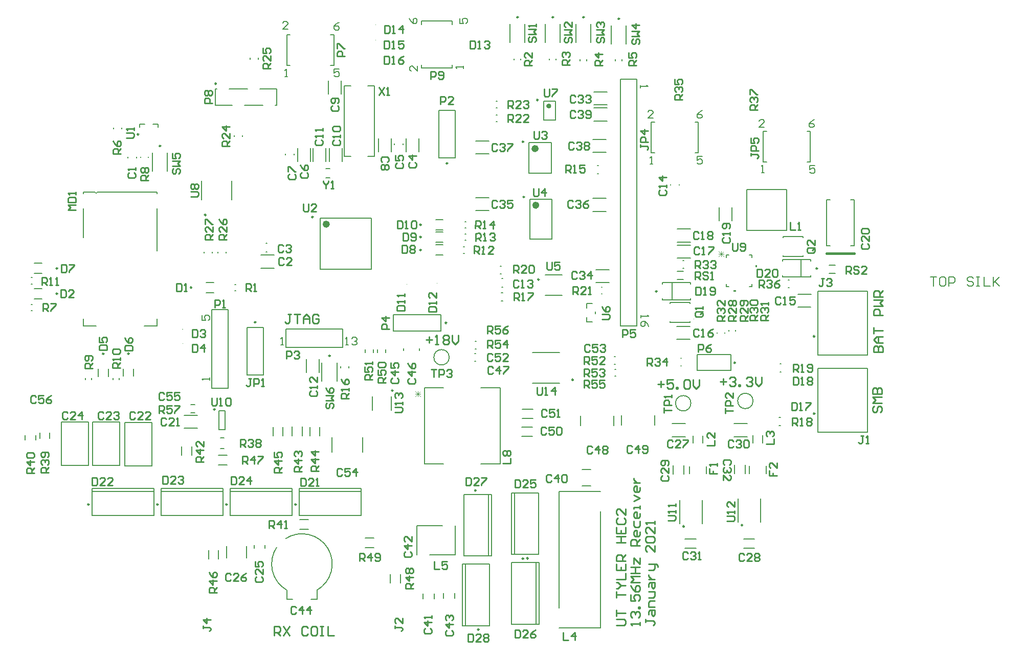
<source format=gbr>
%TF.GenerationSoftware,Altium Limited,Altium Designer,21.0.9 (235)*%
G04 Layer_Color=65535*
%FSLAX26Y26*%
%MOIN*%
%TF.SameCoordinates,5BE5EA85-216B-4E4C-B8B6-EAA837D7D1E1*%
%TF.FilePolarity,Positive*%
%TF.FileFunction,Legend,Top*%
%TF.Part,Single*%
G01*
G75*
%TA.AperFunction,NonConductor*%
%ADD105C,0.006000*%
%ADD152C,0.003937*%
%ADD153C,0.007874*%
%ADD154C,0.009842*%
%ADD155C,0.015748*%
%ADD156C,0.023622*%
%ADD157C,0.005000*%
%ADD158C,0.005906*%
%ADD159C,0.010000*%
%ADD160C,0.003000*%
G36*
X7182972Y4948606D02*
X7167972D01*
Y4938606D01*
X7182972D01*
Y4948606D01*
D02*
G37*
G36*
X7311709Y5112028D02*
X7321709D01*
Y5097028D01*
X7311709D01*
Y5112028D01*
D02*
G37*
D105*
X5153000Y4309500D02*
X5278409D01*
X5647000Y3815500D02*
Y4309500D01*
X5153000Y3815500D02*
X5278409D01*
X5153000D02*
Y4309500D01*
X5521591D02*
X5647000D01*
X5521591Y3815500D02*
X5647000D01*
X7288740Y5160919D02*
Y5178425D01*
X7271234Y4971575D02*
X7288740D01*
X7121260D02*
Y4989081D01*
Y5160919D02*
Y5178425D01*
X7271234D02*
X7288740D01*
Y4971575D02*
Y4989081D01*
X7121260Y4971575D02*
X7138766D01*
X7121260Y5178425D02*
X7138766D01*
X8451000Y5035981D02*
X8490987D01*
X8470994D01*
Y4976000D01*
X8540971Y5035981D02*
X8520977D01*
X8510981Y5025984D01*
Y4985997D01*
X8520977Y4976000D01*
X8540971D01*
X8550968Y4985997D01*
Y5025984D01*
X8540971Y5035981D01*
X8570961Y4976000D02*
Y5035981D01*
X8600951D01*
X8610948Y5025984D01*
Y5005990D01*
X8600951Y4995993D01*
X8570961D01*
X8730909Y5025984D02*
X8720913Y5035981D01*
X8700919D01*
X8690922Y5025984D01*
Y5015987D01*
X8700919Y5005990D01*
X8720913D01*
X8730909Y4995993D01*
Y4985997D01*
X8720913Y4976000D01*
X8700919D01*
X8690922Y4985997D01*
X8750903Y5035981D02*
X8770897D01*
X8760900D01*
Y4976000D01*
X8750903D01*
X8770897D01*
X8800887Y5035981D02*
Y4976000D01*
X8840874D01*
X8860867Y5035981D02*
Y4976000D01*
Y4995993D01*
X8900854Y5035981D01*
X8870864Y5005990D01*
X8900854Y4976000D01*
X3754291Y4360276D02*
Y4376937D01*
Y4368606D01*
X3704308D01*
X3712638Y4360276D01*
X3704308Y4783362D02*
Y4750039D01*
X3729300D01*
X3720969Y4766701D01*
Y4775031D01*
X3729300Y4783362D01*
X3745961D01*
X3754291Y4775031D01*
Y4758370D01*
X3745961Y4750039D01*
X5407000Y6396000D02*
Y6412661D01*
Y6404331D01*
X5357016D01*
X5365347Y6396000D01*
X5108000Y6410323D02*
Y6377000D01*
X5074677Y6410323D01*
X5066347D01*
X5058016Y6401992D01*
Y6385331D01*
X5066347Y6377000D01*
X5383016Y6721323D02*
Y6688000D01*
X5408008D01*
X5399677Y6704661D01*
Y6712992D01*
X5408008Y6721323D01*
X5424669D01*
X5433000Y6712992D01*
Y6696331D01*
X5424669Y6688000D01*
X5055016Y6721323D02*
X5063347Y6704661D01*
X5080008Y6688000D01*
X5096669D01*
X5105000Y6696331D01*
Y6712992D01*
X5096669Y6721323D01*
X5088339D01*
X5080008Y6712992D01*
Y6688000D01*
X4245000Y6340000D02*
X4261661D01*
X4253331D01*
Y6389984D01*
X4245000Y6381653D01*
X4263323Y6650000D02*
X4230000D01*
X4263323Y6683323D01*
Y6691653D01*
X4254992Y6699984D01*
X4238331D01*
X4230000Y6691653D01*
X4598323Y6389984D02*
X4565000D01*
Y6364992D01*
X4581661Y6373323D01*
X4589992D01*
X4598323Y6364992D01*
Y6348331D01*
X4589992Y6340000D01*
X4573331D01*
X4565000Y6348331D01*
X4598323Y6694984D02*
X4581661Y6686653D01*
X4565000Y6669992D01*
Y6653331D01*
X4573331Y6645000D01*
X4589992D01*
X4598323Y6653331D01*
Y6661661D01*
X4589992Y6669992D01*
X4565000D01*
X6565000Y4785000D02*
Y4768339D01*
Y4776669D01*
X6614984D01*
X6606653Y4785000D01*
X6614984Y4710024D02*
X6606653Y4726685D01*
X6589992Y4743347D01*
X6573331D01*
X6565000Y4735016D01*
Y4718355D01*
X6573331Y4710024D01*
X6581661D01*
X6589992Y4718355D01*
Y4743347D01*
X6560000Y6285000D02*
Y6268339D01*
Y6276669D01*
X6609984D01*
X6601653Y6285000D01*
X6625000Y5770000D02*
X6641661D01*
X6633331D01*
Y5819984D01*
X6625000Y5811653D01*
X6643323Y6070000D02*
X6610000D01*
X6643323Y6103323D01*
Y6111653D01*
X6634992Y6119984D01*
X6618331D01*
X6610000Y6111653D01*
X6963323Y5819984D02*
X6930000D01*
Y5794992D01*
X6946661Y5803323D01*
X6954992D01*
X6963323Y5794992D01*
Y5778331D01*
X6954992Y5770000D01*
X6938331D01*
X6930000Y5778331D01*
X6963323Y6119984D02*
X6946661Y6111653D01*
X6930000Y6094992D01*
Y6078331D01*
X6938331Y6070000D01*
X6954992D01*
X6963323Y6078331D01*
Y6086661D01*
X6954992Y6094992D01*
X6930000D01*
X7693323Y6059984D02*
X7676661Y6051653D01*
X7660000Y6034992D01*
Y6018331D01*
X7668331Y6010000D01*
X7684992D01*
X7693323Y6018331D01*
Y6026661D01*
X7684992Y6034992D01*
X7660000D01*
X7698323Y5759984D02*
X7665000D01*
Y5734992D01*
X7681661Y5743323D01*
X7689992D01*
X7698323Y5734992D01*
Y5718331D01*
X7689992Y5710000D01*
X7673331D01*
X7665000Y5718331D01*
X7368323Y6010000D02*
X7335000D01*
X7368323Y6043323D01*
Y6051653D01*
X7359992Y6059984D01*
X7343331D01*
X7335000Y6051653D01*
X7350000Y5715000D02*
X7366661D01*
X7358331D01*
Y5764984D01*
X7350000Y5756653D01*
D152*
X7470827Y5275512D02*
G03*
X7470827Y5275512I-1968J0D01*
G01*
X7490709Y4219134D02*
G03*
X7490709Y4219134I-1968J0D01*
G01*
X7494488Y4379134D02*
G03*
X7494488Y4379134I-1968J0D01*
G01*
X4834488Y6479134D02*
G03*
X4834488Y6479134I-1968J0D01*
G01*
X4835709Y6579134D02*
G03*
X4835709Y6579134I-1968J0D01*
G01*
X4836929Y6679134D02*
G03*
X4836929Y6679134I-1968J0D01*
G01*
X5604488Y6579134D02*
G03*
X5604488Y6579134I-1968J0D01*
G01*
X5236102Y4991260D02*
G03*
X5236102Y4991260I-1968J0D01*
G01*
X5041102Y4986260D02*
G03*
X5041102Y4986260I-1968J0D01*
G01*
X3579488Y4599134D02*
G03*
X3579488Y4599134I-1968J0D01*
G01*
Y4694134D02*
G03*
X3579488Y4694134I-1968J0D01*
G01*
X6907874Y4759488D02*
G03*
X6907874Y4759488I-1968J0D01*
G01*
D153*
X3013898Y5578976D02*
G03*
X3021772Y5586850I0J7874D01*
G01*
X3006024D02*
G03*
X3013898Y5578976I7874J0D01*
G01*
X4453425Y2990709D02*
G03*
X4249488Y3327323I-97673J170910D01*
G01*
X4190630Y3270236D02*
G03*
X4256575Y2990709I164019J-108848D01*
G01*
X6890000Y4210000D02*
G03*
X6890000Y4210000I-50000J0D01*
G01*
X7295000Y4225000D02*
G03*
X7295000Y4225000I-50000J0D01*
G01*
X5315000Y4510000D02*
G03*
X5315000Y4510000I-50000J0D01*
G01*
X2931220Y5291575D02*
Y5480551D01*
Y4712835D02*
Y4760079D01*
Y4712835D02*
X3013898D01*
X3328858D02*
X3411535D01*
Y4760079D01*
Y5204961D02*
Y5480551D01*
Y5578976D02*
Y5586850D01*
X3021772D02*
X3411535D01*
X2931220D02*
X3006024D01*
X2931220Y5578976D02*
Y5586850D01*
X4612323Y6226221D02*
Y6312835D01*
X4527677Y6226221D02*
Y6312835D01*
X3631929Y4202559D02*
X3657520D01*
X3631929Y4147441D02*
X3657520D01*
X4848425Y4542480D02*
Y4560197D01*
X4901575Y4542480D02*
Y4560197D01*
X4821575Y4542480D02*
Y4560197D01*
X4768425Y4542480D02*
Y4560197D01*
X5121181Y4553307D02*
Y4569055D01*
X5018819Y4553307D02*
Y4569055D01*
X4813976Y4164724D02*
Y4255276D01*
X4936024Y4164724D02*
Y4255276D01*
X5484706Y4565394D02*
X5490423D01*
X5484706Y4614606D02*
X5490423D01*
X5482599Y4485394D02*
X5486535D01*
X5482599Y4534606D02*
X5486535D01*
X5789567Y4169528D02*
X5860433D01*
X5789567Y4110472D02*
X5860433D01*
X5787559Y4054528D02*
X5858425D01*
X5787559Y3995472D02*
X5858425D01*
X6393543Y4387362D02*
X6401417D01*
X6393543Y4432638D02*
X6401417D01*
X6392141Y4514606D02*
X6397859D01*
X6392141Y4465394D02*
X6397859D01*
X5856417Y4339606D02*
X6033583D01*
X5856417Y4540394D02*
X6033583D01*
X6436671Y4066529D02*
Y4129471D01*
X6653329Y4066529D02*
Y4129471D01*
X6171671Y4063529D02*
Y4126471D01*
X6388329Y4063529D02*
Y4126471D01*
X6930158Y4423032D02*
X7149842D01*
X6930158D02*
Y4526968D01*
X7149842D01*
Y4423032D02*
Y4526968D01*
X4414055Y2929685D02*
X4453425D01*
X4256575D02*
X4295945D01*
X4453425D02*
Y2990709D01*
X4256575Y2929685D02*
Y2990709D01*
X4044445Y3265206D02*
Y3284794D01*
X4115555Y3265206D02*
Y3284794D01*
X3994961Y3202599D02*
Y3277402D01*
X3865039Y3202599D02*
Y3277402D01*
X4549606Y3890787D02*
Y3989213D01*
X4750394Y3890787D02*
Y3989213D01*
X3201417Y3801693D02*
X3378583D01*
Y4085157D01*
X3201417D02*
X3378583D01*
X3201417Y3801693D02*
Y4085157D01*
X2991417Y3803268D02*
X3168583D01*
Y4086732D01*
X2991417D02*
X3168583D01*
X2991417Y3803268D02*
Y4086732D01*
X2786417Y3803268D02*
X2963583D01*
Y4086732D01*
X2786417D02*
X2963583D01*
X2786417Y3803268D02*
Y4086732D01*
X3439213Y3634646D02*
X3840787D01*
X3439213Y3654331D02*
X3840787D01*
X3439213Y3477165D02*
X3840787D01*
Y3654331D01*
X3439213Y3477165D02*
Y3654331D01*
X2989213Y3634646D02*
X3390787D01*
X2989213Y3654331D02*
X3390787D01*
X2989213Y3477165D02*
X3390787D01*
Y3654331D01*
X2989213Y3477165D02*
Y3654331D01*
X3889213Y3634646D02*
X4290787D01*
X3889213Y3654331D02*
X4290787D01*
X3889213Y3477165D02*
X4290787D01*
Y3654331D01*
X3889213Y3477165D02*
Y3654331D01*
X6257165Y6242323D02*
X6343779D01*
X6257165Y6157677D02*
X6343779D01*
X5932599Y6058976D02*
X6007402D01*
X5932599Y6181024D02*
X6007402D01*
Y6058976D02*
Y6181024D01*
X5932599Y6058976D02*
Y6181024D01*
X6251693Y5547323D02*
X6338307D01*
X6251693Y5462677D02*
X6338307D01*
X6256221Y6137323D02*
X6342835D01*
X6256221Y6052677D02*
X6342835D01*
X6251221Y5932323D02*
X6337835D01*
X6251221Y5847677D02*
X6337835D01*
X5486693Y5467677D02*
X5573307D01*
X5486693Y5552323D02*
X5573307D01*
X5486693Y5837677D02*
X5573307D01*
X5486693Y5922323D02*
X5573307D01*
X3874173Y4309095D02*
Y4820905D01*
X3768268Y4309095D02*
X3874173D01*
X3768268D02*
Y4820905D01*
X3874173D01*
X4341457Y3387520D02*
X4398542D01*
X4341457Y3452480D02*
X4398542D01*
X4357480Y3999370D02*
Y4056455D01*
X4292520Y3999370D02*
Y4056455D01*
X3637480Y3871457D02*
Y3928542D01*
X3572520Y3871457D02*
Y3928542D01*
X4472482Y3998545D02*
Y4055630D01*
X4407521Y3998545D02*
Y4055630D01*
X4167520Y3996458D02*
Y4053543D01*
X4232480Y3996458D02*
Y4053543D01*
X3812482Y3193545D02*
Y3250630D01*
X3747521Y3193545D02*
Y3250630D01*
X3811458Y3872480D02*
X3868543D01*
X3811458Y3807520D02*
X3868543D01*
X6032283Y2875118D02*
Y3632992D01*
X6300000D01*
Y2745197D02*
Y3503071D01*
X6032283Y2745197D02*
X6300000D01*
X6181457Y3671850D02*
X6238543D01*
X6181457Y3778150D02*
X6238543D01*
X5722165Y3170787D02*
X5899331D01*
X5722165Y2769213D02*
X5899331D01*
X5722165D02*
Y3170787D01*
X5899331Y2769213D02*
Y3170787D01*
X5879646Y2769213D02*
Y3170787D01*
X5720669Y3224213D02*
X5897835D01*
X5720669Y3625787D02*
X5897835D01*
Y3224213D02*
Y3625787D01*
X5720669Y3224213D02*
Y3625787D01*
X5740354Y3224213D02*
Y3625787D01*
X4997482Y3038545D02*
Y3095630D01*
X4932521Y3038545D02*
Y3095630D01*
X5216579Y2933322D02*
Y2966678D01*
X5143421Y2933322D02*
Y2966678D01*
X5351579Y2938322D02*
Y2971678D01*
X5278421Y2938322D02*
Y2971678D01*
X4766457Y3267520D02*
X4823542D01*
X4766457Y3332480D02*
X4823542D01*
X5400669Y2759213D02*
X5577835D01*
X5400669Y3160787D02*
X5577835D01*
Y2759213D02*
Y3160787D01*
X5400669Y2759213D02*
Y3160787D01*
X5420354Y2759213D02*
Y3160787D01*
X5412165Y3615787D02*
X5589331D01*
X5412165Y3214213D02*
X5589331D01*
X5412165D02*
Y3615787D01*
X5589331Y3214213D02*
Y3615787D01*
X5569646Y3214213D02*
Y3615787D01*
X4339213Y3477165D02*
Y3654331D01*
X4740787Y3477165D02*
Y3654331D01*
X4339213Y3477165D02*
X4740787D01*
X4339213Y3654331D02*
X4740787D01*
X4339213Y3634646D02*
X4740787D01*
X6271221Y5082323D02*
X6357835D01*
X6271221Y4997677D02*
X6357835D01*
X3916063Y4985669D02*
X3923937D01*
X3916063Y4944331D02*
X3923937D01*
X7465709Y4116575D02*
X7473583D01*
X7465709Y4063425D02*
X7473583D01*
X3701575Y5538976D02*
Y5661024D01*
X3898425Y5538976D02*
Y5661024D01*
X3718425Y5190709D02*
Y5198583D01*
X3771575Y5190709D02*
Y5198583D01*
X6837141Y5090394D02*
X6842859D01*
X6837141Y5139606D02*
X6842859D01*
X4631575Y5821693D02*
X4674882D01*
X4631575Y6282323D02*
X4674882D01*
X4785118Y5821693D02*
X4828425D01*
X4785118Y6282323D02*
X4828425D01*
X4631575Y5821693D02*
Y6282323D01*
X4828425Y5821693D02*
Y6282323D01*
X6212441Y4740158D02*
X6246890D01*
X6212441Y4830512D02*
Y4859842D01*
Y4740158D02*
Y4769488D01*
Y4859842D02*
X6246890D01*
X6267559Y4793110D02*
Y4806890D01*
X5939882Y4913071D02*
X6050118D01*
X5939882Y5046929D02*
X6050118D01*
X5839961Y5281693D02*
Y5541535D01*
X5985630Y5281693D02*
Y5541535D01*
X5839961D02*
X5985630D01*
X5839961Y5281693D02*
X5985630D01*
X5834961Y5710197D02*
Y5910984D01*
X5980630Y5710197D02*
Y5910984D01*
X5834961D02*
X5980630D01*
X5834961Y5710197D02*
X5980630D01*
X4474409Y5083071D02*
Y5417717D01*
X4809055Y5083071D02*
Y5417717D01*
X4474409D02*
X4809055D01*
X4474409Y5083071D02*
X4809055D01*
X3385157Y6029961D02*
X3418622D01*
Y6010276D02*
Y6029961D01*
X3296575D02*
X3330039D01*
X3296575Y6010276D02*
Y6029961D01*
X4485787Y4355945D02*
Y4474055D01*
X4584213Y4355945D02*
Y4474055D01*
X3380787Y5725945D02*
Y5844055D01*
X3479213Y5725945D02*
Y5844055D01*
X6370787Y6555945D02*
Y6674055D01*
X6469213Y6555945D02*
Y6674055D01*
X6140787Y6565945D02*
Y6684055D01*
X6239213Y6565945D02*
Y6684055D01*
X5940787Y6565945D02*
Y6684055D01*
X6039213Y6565945D02*
Y6684055D01*
X5710787Y6565945D02*
Y6684055D01*
X5809213Y6565945D02*
Y6684055D01*
X3808425Y5190709D02*
Y5198583D01*
X3861575Y5190709D02*
Y5198583D01*
X4071575Y6456063D02*
Y6463937D01*
X4018425Y6456063D02*
Y6463937D01*
X3913425Y5951063D02*
Y5958937D01*
X3966575Y5951063D02*
Y5958937D01*
X5621063Y6182638D02*
X5628937D01*
X5621063Y6137362D02*
X5628937D01*
X5621063Y6092638D02*
X5628937D01*
X5621063Y6047362D02*
X5628937D01*
X6308031Y4966654D02*
X6311968D01*
X6308031Y4923346D02*
X6311968D01*
X5646693Y5055394D02*
X5654567D01*
X5646693Y5104606D02*
X5654567D01*
X7470709Y4413425D02*
X7478583D01*
X7470709Y4466575D02*
X7478583D01*
X5655079Y4877441D02*
X5664921D01*
X5655079Y4932559D02*
X5664921D01*
X4662559Y4440079D02*
Y4449921D01*
X4607441Y4440079D02*
Y4449921D01*
X6281063Y5761575D02*
X6288937D01*
X6281063Y5708425D02*
X6288937D01*
X5416063Y5395669D02*
X5423937D01*
X5416063Y5354331D02*
X5423937D01*
X5416063Y5315669D02*
X5423937D01*
X5416063Y5274331D02*
X5423937D01*
X5407559Y5230669D02*
X5415433D01*
X5407559Y5189331D02*
X5415433D01*
X2589567Y5030669D02*
X2597441D01*
X2589567Y4989331D02*
X2597441D01*
X3124331Y4366063D02*
Y4373937D01*
X3165669Y4366063D02*
Y4373937D01*
X2944331Y4366063D02*
Y4373937D01*
X2985669Y4366063D02*
Y4373937D01*
X3305394Y5813643D02*
Y5819360D01*
X3354606Y5813643D02*
Y5819360D01*
X2591063Y4855669D02*
X2598937D01*
X2591063Y4814331D02*
X2598937D01*
X3181575Y6001417D02*
Y6009291D01*
X3128425Y6001417D02*
Y6009291D01*
X6397362Y6446063D02*
Y6453937D01*
X6442638Y6446063D02*
Y6453937D01*
X6167362Y6446063D02*
Y6453937D01*
X6212638Y6446063D02*
Y6453937D01*
X5967362Y6451063D02*
Y6458937D01*
X6012638Y6451063D02*
Y6458937D01*
X5737362Y6451063D02*
Y6458937D01*
X5782638Y6451063D02*
Y6458937D01*
X5134016Y6397047D02*
X5335984D01*
X5134016D02*
Y6418701D01*
X5335984Y6397047D02*
Y6418701D01*
X5134016Y6702953D02*
X5335984D01*
Y6681299D02*
Y6702953D01*
X5134016Y6681299D02*
Y6702953D01*
X4179764Y6155000D02*
X4190000D01*
X3979764D02*
X4100236D01*
X3790000D02*
X3900236D01*
X3790000D02*
Y6260000D01*
X4079764D02*
X4190000D01*
X3879764D02*
X4000236D01*
X3790000D02*
X3800236D01*
X4190000Y6155000D02*
Y6260000D01*
X4257047Y6414016D02*
Y6615984D01*
X4278701D01*
X4257047Y6414016D02*
X4278701D01*
X4562953D02*
Y6615984D01*
X4541299Y6414016D02*
X4562953D01*
X4541299Y6615984D02*
X4562953D01*
X6432047Y4714095D02*
X6537953D01*
Y6325905D01*
X6432047D02*
X6537953D01*
X6432047Y4714095D02*
Y6325905D01*
X4950079Y4681063D02*
X5259921D01*
X4950079D02*
Y4788937D01*
X5259921D01*
Y4681063D02*
Y4788937D01*
X4249567Y4574567D02*
Y4695433D01*
X4620433D01*
Y4574567D02*
Y4695433D01*
X4249567Y4574567D02*
X4620433D01*
X5246063Y5810079D02*
Y6119921D01*
X5353937D01*
Y5810079D02*
Y6119921D01*
X5246063Y5810079D02*
X5353937D01*
X4103937Y4395079D02*
Y4704921D01*
X3996063Y4395079D02*
X4103937D01*
X3996063D02*
Y4704921D01*
X4103937D01*
X8041417Y4021102D02*
Y4438425D01*
X7718583D02*
X8041417D01*
X7718583Y4021102D02*
Y4438425D01*
Y4021102D02*
X8041417D01*
X5226496Y5408465D02*
X5275709D01*
X5226496Y5341535D02*
X5275709D01*
X5226496Y5328465D02*
X5275709D01*
X5226496Y5261535D02*
X5275709D01*
X5226496Y5243465D02*
X5275709D01*
X5226496Y5176535D02*
X5275709D01*
X2610394Y5056535D02*
X2659606D01*
X2610394Y5123465D02*
X2659606D01*
X3258465Y4386496D02*
Y4435709D01*
X3191535Y4386496D02*
Y4435709D01*
X3093465Y4385394D02*
Y4434606D01*
X3026535Y4385394D02*
Y4434606D01*
X2610394Y4891535D02*
X2659606D01*
X2610394Y4958465D02*
X2659606D01*
X3730394Y4998465D02*
X3779606D01*
X3730394Y4931535D02*
X3779606D01*
X5657047Y4966457D02*
X5662953D01*
X5657047Y5023543D02*
X5662953D01*
X4467323Y4411221D02*
Y4497835D01*
X4382677Y4411221D02*
Y4497835D01*
X4427677Y5786221D02*
Y5872835D01*
X4512323Y5786221D02*
Y5872835D01*
X4532677Y5787165D02*
Y5873779D01*
X4617323Y5787165D02*
Y5873779D01*
X4852677Y5851693D02*
Y5938307D01*
X4937323Y5851693D02*
Y5938307D01*
X4246457Y5832047D02*
Y5837953D01*
X4303543Y5832047D02*
Y5837953D01*
X4327677Y5786221D02*
Y5872835D01*
X4412323Y5786221D02*
Y5872835D01*
X4956457Y5898465D02*
Y5904370D01*
X5013543Y5898465D02*
Y5904370D01*
X5032677Y5851221D02*
Y5937835D01*
X5117323Y5851221D02*
Y5937835D01*
X4120630Y5196457D02*
X4126535D01*
X4120630Y5253543D02*
X4126535D01*
X4086220Y5092677D02*
X4172835D01*
X4086220Y5177323D02*
X4172835D01*
X3278543Y5810630D02*
Y5816535D01*
X3221457Y5810630D02*
Y5816535D01*
X7072677Y5401693D02*
Y5488307D01*
X7157323Y5401693D02*
Y5488307D01*
X6632047Y5844016D02*
Y6045984D01*
X6653701D01*
X6632047Y5844016D02*
X6653701D01*
X6937953D02*
Y6045984D01*
X6916299Y5844016D02*
X6937953D01*
X6916299Y6045984D02*
X6937953D01*
X3586693Y4132323D02*
X3673307D01*
X3586693Y4047677D02*
X3673307D01*
X3815315Y4161024D02*
X3854685D01*
X3815315Y4038976D02*
X3854685D01*
X3815315D02*
Y4161024D01*
X3854685Y4038976D02*
Y4161024D01*
X3823189Y3984449D02*
X3846811D01*
X3823189Y3915551D02*
X3846811D01*
X2648504Y3981376D02*
Y4018624D01*
X2711496Y3981376D02*
Y4018624D01*
X2550551Y3970236D02*
Y3999764D01*
X2619449Y3970236D02*
Y3999764D01*
X7137362Y4681063D02*
Y4688937D01*
X7182638Y4681063D02*
Y4688937D01*
X6801693Y5242323D02*
X6888307D01*
X6801693Y5157677D02*
X6888307D01*
X6797165Y4712323D02*
X6883779D01*
X6797165Y4627677D02*
X6883779D01*
X7586011Y4837375D02*
X7672625D01*
X7586221Y4922323D02*
X7672835D01*
X6756457Y5633465D02*
Y5639370D01*
X6813543Y5633465D02*
Y5639370D01*
X6766142Y4886850D02*
Y4993150D01*
X6705118Y4987047D02*
Y4997087D01*
Y4882913D02*
Y4892953D01*
Y4882913D02*
X6886221D01*
Y4987047D02*
Y4997087D01*
Y4882913D02*
Y4892953D01*
X6705118Y4997087D02*
X6886221D01*
X7059409Y4668032D02*
Y4671968D01*
X7110591Y4668032D02*
Y4671968D01*
X6800315Y5018425D02*
X6839685D01*
X6800315Y5071575D02*
X6839685D01*
X6824370Y4505591D02*
X6828307D01*
X6824370Y4454409D02*
X6828307D01*
X6801431Y5347625D02*
X6888045D01*
X6801221Y5262677D02*
X6887835D01*
X7718583Y4524528D02*
X8041417D01*
X7718583D02*
Y4941850D01*
X8041417D01*
Y4524528D02*
Y4941850D01*
X7514134Y5336929D02*
Y5603071D01*
X7255866D02*
X7514134D01*
X7255866Y5336929D02*
Y5603071D01*
Y5336929D02*
X7514134D01*
X7608858Y5036850D02*
Y5143150D01*
X7669882Y5032913D02*
Y5042953D01*
Y5137047D02*
Y5147087D01*
X7488779D02*
X7669882D01*
X7488779Y5032913D02*
Y5042953D01*
Y5137047D02*
Y5147087D01*
Y5032913D02*
X7669882D01*
X7792480Y5058425D02*
X7831850D01*
X7792480Y5111575D02*
X7831850D01*
X7525640Y5014606D02*
X7531357D01*
X7525640Y4965394D02*
X7531357D01*
X7930945Y5537638D02*
X7955551D01*
X7930945Y5238425D02*
X7955551D01*
X7774449Y5537638D02*
X7799055D01*
X7774449Y5238425D02*
X7799055D01*
X7955551D02*
Y5537638D01*
X7774449Y5238425D02*
Y5537638D01*
X7646299Y5985984D02*
X7667953D01*
X7646299Y5784016D02*
X7667953D01*
Y5985984D01*
X7362047Y5784016D02*
X7383701D01*
X7362047Y5985984D02*
X7383701D01*
X7362047Y5784016D02*
Y5985984D01*
X6990118Y3749449D02*
Y3798661D01*
X6879882Y3749449D02*
Y3798661D01*
X6966496Y3950354D02*
Y3997598D01*
X6903504Y3950354D02*
Y3997598D01*
X6963819Y3425118D02*
Y3578662D01*
X6816181Y3425118D02*
Y3578662D01*
X6767165Y3992677D02*
X6853779D01*
X6767165Y4077323D02*
X6853779D01*
X7234567Y3324528D02*
X7305433D01*
X7234567Y3265472D02*
X7305433D01*
X6845433Y3746417D02*
Y3803504D01*
X6774567Y3746417D02*
Y3803504D01*
X7380118Y3751339D02*
Y3800551D01*
X7269882Y3751339D02*
Y3800551D01*
X7356496Y3952402D02*
Y3999646D01*
X7293504Y3952402D02*
Y3999646D01*
X7343819Y3433268D02*
Y3586811D01*
X7196181Y3433268D02*
Y3586811D01*
X7171693Y4077323D02*
X7258307D01*
X7171693Y3992677D02*
X7258307D01*
X6852559Y3324528D02*
X6923425D01*
X6852559Y3265472D02*
X6923425D01*
X7245433Y3751457D02*
Y3808543D01*
X7174567Y3751457D02*
Y3808543D01*
X4639331Y4590000D02*
X4655992D01*
X4647661D01*
Y4639984D01*
X4639331Y4631653D01*
X4680984D02*
X4689315Y4639984D01*
X4705976D01*
X4714306Y4631653D01*
Y4623323D01*
X4705976Y4614992D01*
X4697645D01*
X4705976D01*
X4714306Y4606661D01*
Y4598331D01*
X4705976Y4590000D01*
X4689315D01*
X4680984Y4598331D01*
X4218071Y4590000D02*
X4234732D01*
X4226401D01*
Y4639984D01*
X4218071Y4631653D01*
D154*
X4948819Y4293661D02*
G03*
X4948819Y4293661I-4921J0D01*
G01*
X6124134Y4363228D02*
G03*
X6124134Y4363228I-4921J0D01*
G01*
X7179764Y4475000D02*
G03*
X7179764Y4475000I-4921J0D01*
G01*
X3418543Y3550000D02*
G03*
X3418543Y3550000I-4921J0D01*
G01*
X2968543D02*
G03*
X2968543Y3550000I-4921J0D01*
G01*
X3868543D02*
G03*
X3868543Y3550000I-4921J0D01*
G01*
X5894213Y6188898D02*
G03*
X5894213Y6188898I-4921J0D01*
G01*
X5799921Y3196378D02*
G03*
X5799921Y3196378I-4921J0D01*
G01*
X5829921Y3198622D02*
G03*
X5829921Y3198622I-4921J0D01*
G01*
X5509921Y2733622D02*
G03*
X5509921Y2733622I-4921J0D01*
G01*
X5489921Y3641378D02*
G03*
X5489921Y3641378I-4921J0D01*
G01*
X4318543Y3550000D02*
G03*
X4318543Y3550000I-4921J0D01*
G01*
X3729921Y5438583D02*
G03*
X3729921Y5438583I-4921J0D01*
G01*
X5902073Y5017402D02*
G03*
X5902073Y5017402I-4921J0D01*
G01*
X5805512Y5556299D02*
G03*
X5805512Y5556299I-4921J0D01*
G01*
X5800512Y5916890D02*
G03*
X5800512Y5916890I-4921J0D01*
G01*
X4428150Y5425591D02*
G03*
X4428150Y5425591I-4921J0D01*
G01*
X3291654Y5965000D02*
G03*
X3291654Y5965000I-4921J0D01*
G01*
X4539921Y4519331D02*
G03*
X4539921Y4519331I-4921J0D01*
G01*
X3434921Y5889331D02*
G03*
X3434921Y5889331I-4921J0D01*
G01*
X6424921Y6719331D02*
G03*
X6424921Y6719331I-4921J0D01*
G01*
X6194921Y6729331D02*
G03*
X6194921Y6729331I-4921J0D01*
G01*
X5994921D02*
G03*
X5994921Y6729331I-4921J0D01*
G01*
X5764921D02*
G03*
X5764921Y6729331I-4921J0D01*
G01*
X3797732Y6295500D02*
G03*
X3797732Y6295500I-4921J0D01*
G01*
X5298898Y4735000D02*
G03*
X5298898Y4735000I-4921J0D01*
G01*
X5304921Y5776024D02*
G03*
X5304921Y5776024I-4921J0D01*
G01*
X4054921Y4738976D02*
G03*
X4054921Y4738976I-4921J0D01*
G01*
X7697913Y4143150D02*
G03*
X7697913Y4143150I-4921J0D01*
G01*
X5132992Y5375000D02*
G03*
X5132992Y5375000I-4921J0D01*
G01*
Y5295000D02*
G03*
X5132992Y5295000I-4921J0D01*
G01*
Y5210000D02*
G03*
X5132992Y5210000I-4921J0D01*
G01*
X2762953Y5090000D02*
G03*
X2762953Y5090000I-4921J0D01*
G01*
X3229921Y4534134D02*
G03*
X3229921Y4534134I-4921J0D01*
G01*
X3064921Y4533032D02*
G03*
X3064921Y4533032I-4921J0D01*
G01*
X2762953Y4925000D02*
G03*
X2762953Y4925000I-4921J0D01*
G01*
X3636890Y4965000D02*
G03*
X3636890Y4965000I-4921J0D01*
G01*
X3789724Y4169882D02*
G03*
X3789724Y4169882I-4921J0D01*
G01*
X6669685Y4940000D02*
G03*
X6669685Y4940000I-4921J0D01*
G01*
X7697913Y4646575D02*
G03*
X7697913Y4646575I-4921J0D01*
G01*
X7715158Y5090000D02*
G03*
X7715158Y5090000I-4921J0D01*
G01*
X6847677Y3406417D02*
G03*
X6847677Y3406417I-4921J0D01*
G01*
X7227677Y3414567D02*
G03*
X7227677Y3414567I-4921J0D01*
G01*
D155*
X5971968Y6149528D02*
G03*
X5971968Y6149528I-7874J0D01*
G01*
X7774449Y5187244D02*
X7955551D01*
D156*
X5891142Y5502165D02*
G03*
X5891142Y5502165I-11811J0D01*
G01*
X5886142Y5871614D02*
G03*
X5886142Y5871614I-11811J0D01*
G01*
X4525591Y5378346D02*
G03*
X4525591Y5378346I-11811J0D01*
G01*
D157*
X7619842Y5167835D02*
Y5173740D01*
X7489921Y5167835D02*
X7619842D01*
X7489921D02*
Y5173740D01*
X7619842Y5291850D02*
Y5297756D01*
X7489921D02*
X7619842D01*
X7489921Y5291850D02*
Y5297756D01*
X5105039Y3411654D02*
X5269606D01*
X5355433Y3221496D02*
Y3411654D01*
X5186141Y3221496D02*
X5355433D01*
X5105039D02*
Y3411654D01*
X6884842Y4737244D02*
Y4743150D01*
X6754921Y4737244D02*
X6884842D01*
X6754921D02*
Y4743150D01*
X6884842Y4861260D02*
Y4867165D01*
X6754921D02*
X6884842D01*
X6754921Y4861260D02*
Y4867165D01*
D158*
X4511221Y5680472D02*
X4538779D01*
X4511221Y5739528D02*
X4538779D01*
D159*
X6403073Y2760000D02*
X6453056D01*
X6463053Y2769997D01*
Y2789990D01*
X6453056Y2799987D01*
X6403073D01*
Y2819981D02*
Y2859968D01*
Y2839974D01*
X6463053D01*
X6403073Y2939942D02*
Y2979929D01*
Y2959935D01*
X6463053D01*
X6403073Y2999922D02*
X6413069D01*
X6433063Y3019916D01*
X6413069Y3039910D01*
X6403073D01*
X6433063Y3019916D02*
X6463053D01*
X6403073Y3059903D02*
X6463053D01*
Y3099890D01*
X6403073Y3159871D02*
Y3119884D01*
X6463053D01*
Y3159871D01*
X6433063Y3119884D02*
Y3139877D01*
X6463053Y3179864D02*
X6403073D01*
Y3209854D01*
X6413069Y3219851D01*
X6433063D01*
X6443060Y3209854D01*
Y3179864D01*
Y3199858D02*
X6463053Y3219851D01*
X6403073Y3299825D02*
X6463053D01*
X6433063D01*
Y3339812D01*
X6403073D01*
X6463053D01*
X6403073Y3399793D02*
Y3359806D01*
X6463053D01*
Y3399793D01*
X6433063Y3359806D02*
Y3379800D01*
X6413069Y3459774D02*
X6403073Y3449777D01*
Y3429783D01*
X6413069Y3419787D01*
X6453056D01*
X6463053Y3429783D01*
Y3449777D01*
X6453056Y3459774D01*
X6463053Y3519754D02*
Y3479767D01*
X6423066Y3519754D01*
X6413069D01*
X6403073Y3509758D01*
Y3489764D01*
X6413069Y3479767D01*
X6559030Y2760000D02*
Y2779994D01*
Y2769997D01*
X6499049D01*
X6509046Y2760000D01*
Y2809984D02*
X6499049Y2819981D01*
Y2839974D01*
X6509046Y2849971D01*
X6519043D01*
X6529039Y2839974D01*
Y2829977D01*
Y2839974D01*
X6539036Y2849971D01*
X6549033D01*
X6559030Y2839974D01*
Y2819981D01*
X6549033Y2809984D01*
X6559030Y2869964D02*
X6549033D01*
Y2879961D01*
X6559030D01*
Y2869964D01*
X6499049Y2959935D02*
Y2919948D01*
X6529039D01*
X6519043Y2939942D01*
Y2949939D01*
X6529039Y2959935D01*
X6549033D01*
X6559030Y2949939D01*
Y2929945D01*
X6549033Y2919948D01*
X6499049Y3019916D02*
X6509046Y2999922D01*
X6529039Y2979929D01*
X6549033D01*
X6559030Y2989926D01*
Y3009919D01*
X6549033Y3019916D01*
X6539036D01*
X6529039Y3009919D01*
Y2979929D01*
X6559030Y3039909D02*
X6499049D01*
X6519043Y3059903D01*
X6499049Y3079896D01*
X6559030D01*
X6499049Y3099890D02*
X6559030D01*
X6529039D01*
Y3139877D01*
X6499049D01*
X6559030D01*
X6519043Y3159871D02*
Y3199858D01*
X6559030Y3159871D01*
Y3199858D01*
Y3279832D02*
X6499049D01*
Y3309822D01*
X6509046Y3319819D01*
X6529039D01*
X6539036Y3309822D01*
Y3279832D01*
Y3299825D02*
X6559030Y3319819D01*
Y3369803D02*
Y3349809D01*
X6549033Y3339812D01*
X6529039D01*
X6519043Y3349809D01*
Y3369803D01*
X6529039Y3379800D01*
X6539036D01*
Y3339812D01*
X6519043Y3439780D02*
Y3409790D01*
X6529039Y3399793D01*
X6549033D01*
X6559030Y3409790D01*
Y3439780D01*
Y3489764D02*
Y3469770D01*
X6549033Y3459774D01*
X6529039D01*
X6519043Y3469770D01*
Y3489764D01*
X6529039Y3499761D01*
X6539036D01*
Y3459774D01*
X6559030Y3519754D02*
Y3539748D01*
Y3529751D01*
X6519043D01*
Y3519754D01*
Y3569738D02*
X6559030Y3589731D01*
X6519043Y3609725D01*
X6559030Y3659709D02*
Y3639715D01*
X6549033Y3629719D01*
X6529039D01*
X6519043Y3639715D01*
Y3659709D01*
X6529039Y3669706D01*
X6539036D01*
Y3629719D01*
X6519043Y3689699D02*
X6559030D01*
X6539036D01*
X6529039Y3699696D01*
X6519043Y3709693D01*
Y3719689D01*
X6595026Y2799987D02*
Y2779994D01*
Y2789990D01*
X6645010D01*
X6655007Y2779994D01*
Y2769997D01*
X6645010Y2760000D01*
X6615019Y2829977D02*
Y2849971D01*
X6625016Y2859968D01*
X6655007D01*
Y2829977D01*
X6645010Y2819981D01*
X6635013Y2829977D01*
Y2859968D01*
X6655007Y2879961D02*
X6615019D01*
Y2909952D01*
X6625016Y2919948D01*
X6655007D01*
X6615019Y2939942D02*
X6645010D01*
X6655007Y2949939D01*
Y2979929D01*
X6615019D01*
Y3009919D02*
Y3029913D01*
X6625016Y3039910D01*
X6655007D01*
Y3009919D01*
X6645010Y2999922D01*
X6635013Y3009919D01*
Y3039910D01*
X6615019Y3059903D02*
X6655007D01*
X6635013D01*
X6625016Y3069900D01*
X6615019Y3079896D01*
Y3089893D01*
Y3119884D02*
X6645010D01*
X6655007Y3129880D01*
Y3159871D01*
X6665003D01*
X6675000Y3149874D01*
Y3139877D01*
X6655007Y3159871D02*
X6615019D01*
X6655007Y3279832D02*
Y3239845D01*
X6615019Y3279832D01*
X6605023D01*
X6595026Y3269835D01*
Y3249842D01*
X6605023Y3239845D01*
Y3299825D02*
X6595026Y3309822D01*
Y3329816D01*
X6605023Y3339812D01*
X6645010D01*
X6655007Y3329816D01*
Y3309822D01*
X6645010Y3299825D01*
X6605023D01*
X6655007Y3399793D02*
Y3359806D01*
X6615019Y3399793D01*
X6605023D01*
X6595026Y3389796D01*
Y3369803D01*
X6605023Y3359806D01*
X6655007Y3419787D02*
Y3439780D01*
Y3429783D01*
X6595026D01*
X6605023Y3419787D01*
X7689260Y5224465D02*
X7655937D01*
X7647606Y5216134D01*
Y5199473D01*
X7655937Y5191142D01*
X7689260D01*
X7697590Y5199473D01*
Y5216134D01*
X7680929Y5207803D02*
X7697590Y5224465D01*
Y5216134D02*
X7689260Y5224465D01*
X7697590Y5274449D02*
Y5241126D01*
X7664267Y5274449D01*
X7655937D01*
X7647606Y5266118D01*
Y5249457D01*
X7655937Y5241126D01*
X4284987Y4789981D02*
X4264993D01*
X4274990D01*
Y4739997D01*
X4264993Y4730000D01*
X4254997D01*
X4245000Y4739997D01*
X4304981Y4789981D02*
X4344968D01*
X4324974D01*
Y4730000D01*
X4364961D02*
Y4769987D01*
X4384955Y4789981D01*
X4404948Y4769987D01*
Y4730000D01*
Y4759990D01*
X4364961D01*
X4464929Y4779984D02*
X4454932Y4789981D01*
X4434939D01*
X4424942Y4779984D01*
Y4739997D01*
X4434939Y4730000D01*
X4454932D01*
X4464929Y4739997D01*
Y4759990D01*
X4444935D01*
X4175000Y2695000D02*
Y2754981D01*
X4204990D01*
X4214987Y2744984D01*
Y2724990D01*
X4204990Y2714994D01*
X4175000D01*
X4194993D02*
X4214987Y2695000D01*
X4234981Y2754981D02*
X4274968Y2695000D01*
Y2754981D02*
X4234981Y2695000D01*
X4394929Y2744984D02*
X4384932Y2754981D01*
X4364939D01*
X4354942Y2744984D01*
Y2704997D01*
X4364939Y2695000D01*
X4384932D01*
X4394929Y2704997D01*
X4444913Y2754981D02*
X4424919D01*
X4414922Y2744984D01*
Y2704997D01*
X4424919Y2695000D01*
X4444913D01*
X4454909Y2704997D01*
Y2744984D01*
X4444913Y2754981D01*
X4474903D02*
X4494896D01*
X4484900D01*
Y2695000D01*
X4474903D01*
X4494896D01*
X4524887Y2754981D02*
Y2695000D01*
X4564874D01*
X8080019Y4545000D02*
X8140000D01*
Y4574990D01*
X8130003Y4584987D01*
X8120007D01*
X8110010Y4574990D01*
Y4545000D01*
Y4574990D01*
X8100013Y4584987D01*
X8090016D01*
X8080019Y4574990D01*
Y4545000D01*
X8140000Y4604981D02*
X8100013D01*
X8080019Y4624974D01*
X8100013Y4644968D01*
X8140000D01*
X8110010D01*
Y4604981D01*
X8080019Y4664961D02*
Y4704948D01*
Y4684955D01*
X8140000D01*
Y4784922D02*
X8080019D01*
Y4814913D01*
X8090016Y4824909D01*
X8110010D01*
X8120007Y4814913D01*
Y4784922D01*
X8080019Y4844903D02*
X8140000D01*
X8120007Y4864896D01*
X8140000Y4884890D01*
X8080019D01*
X8140000Y4904884D02*
X8080019D01*
Y4934874D01*
X8090016Y4944871D01*
X8110010D01*
X8120007Y4934874D01*
Y4904884D01*
Y4924877D02*
X8140000Y4944871D01*
X8085016Y4189987D02*
X8075019Y4179990D01*
Y4159997D01*
X8085016Y4150000D01*
X8095013D01*
X8105010Y4159997D01*
Y4179990D01*
X8115007Y4189987D01*
X8125003D01*
X8135000Y4179990D01*
Y4159997D01*
X8125003Y4150000D01*
X8135000Y4209981D02*
X8075019D01*
X8095013Y4229974D01*
X8075019Y4249968D01*
X8135000D01*
X8075019Y4269961D02*
X8135000D01*
Y4299952D01*
X8125003Y4309948D01*
X8115007D01*
X8105010Y4299952D01*
Y4269961D01*
Y4299952D01*
X8095013Y4309948D01*
X8085016D01*
X8075019Y4299952D01*
Y4269961D01*
X7080000Y4349990D02*
X7119987D01*
X7099993Y4369984D02*
Y4329997D01*
X7139981Y4369984D02*
X7149977Y4379981D01*
X7169971D01*
X7179968Y4369984D01*
Y4359987D01*
X7169971Y4349990D01*
X7159974D01*
X7169971D01*
X7179968Y4339993D01*
Y4329997D01*
X7169971Y4320000D01*
X7149977D01*
X7139981Y4329997D01*
X7199961Y4320000D02*
Y4329997D01*
X7209958D01*
Y4320000D01*
X7199961D01*
X7249945Y4369984D02*
X7259942Y4379981D01*
X7279935D01*
X7289932Y4369984D01*
Y4359987D01*
X7279935Y4349990D01*
X7269939D01*
X7279935D01*
X7289932Y4339993D01*
Y4329997D01*
X7279935Y4320000D01*
X7259942D01*
X7249945Y4329997D01*
X7309926Y4379981D02*
Y4339993D01*
X7329919Y4320000D01*
X7349913Y4339993D01*
Y4379981D01*
X6675000Y4334990D02*
X6714987D01*
X6694993Y4354984D02*
Y4314997D01*
X6774968Y4364981D02*
X6734981D01*
Y4334990D01*
X6754974Y4344987D01*
X6764971D01*
X6774968Y4334990D01*
Y4314997D01*
X6764971Y4305000D01*
X6744977D01*
X6734981Y4314997D01*
X6794961Y4305000D02*
Y4314997D01*
X6804958D01*
Y4305000D01*
X6794961D01*
X6844945Y4354984D02*
X6854942Y4364981D01*
X6874935D01*
X6884932Y4354984D01*
Y4314997D01*
X6874935Y4305000D01*
X6854942D01*
X6844945Y4314997D01*
Y4354984D01*
X6904926Y4364981D02*
Y4324993D01*
X6924919Y4305000D01*
X6944913Y4324993D01*
Y4364981D01*
X5165000Y4624990D02*
X5204987D01*
X5184993Y4644984D02*
Y4604997D01*
X5224981Y4595000D02*
X5244974D01*
X5234977D01*
Y4654981D01*
X5224981Y4644984D01*
X5274964D02*
X5284961Y4654981D01*
X5304955D01*
X5314952Y4644984D01*
Y4634987D01*
X5304955Y4624990D01*
X5314952Y4614993D01*
Y4604997D01*
X5304955Y4595000D01*
X5284961D01*
X5274964Y4604997D01*
Y4614993D01*
X5284961Y4624990D01*
X5274964Y4634987D01*
Y4644984D01*
X5284961Y4624990D02*
X5304955D01*
X5334945Y4654981D02*
Y4614993D01*
X5354939Y4595000D01*
X5374932Y4614993D01*
Y4654981D01*
X3423355Y4145008D02*
Y4194992D01*
X3448347D01*
X3456677Y4186661D01*
Y4170000D01*
X3448347Y4161669D01*
X3423355D01*
X3440016D02*
X3456677Y4145008D01*
X3506661Y4194992D02*
X3473339D01*
Y4170000D01*
X3490000Y4178331D01*
X3498331D01*
X3506661Y4170000D01*
Y4153339D01*
X3498331Y4145008D01*
X3481669D01*
X3473339Y4153339D01*
X3523323Y4194992D02*
X3556645D01*
Y4186661D01*
X3523323Y4153339D01*
Y4145008D01*
X2621677Y4251661D02*
X2613347Y4259992D01*
X2596686D01*
X2588355Y4251661D01*
Y4218339D01*
X2596686Y4210008D01*
X2613347D01*
X2621677Y4218339D01*
X2671661Y4259992D02*
X2638339D01*
Y4235000D01*
X2655000Y4243331D01*
X2663331D01*
X2671661Y4235000D01*
Y4218339D01*
X2663331Y4210008D01*
X2646669D01*
X2638339Y4218339D01*
X2721645Y4259992D02*
X2704984Y4251661D01*
X2688323Y4235000D01*
Y4218339D01*
X2696653Y4210008D01*
X2713314D01*
X2721645Y4218339D01*
Y4226669D01*
X2713314Y4235000D01*
X2688323D01*
X3456677Y4271661D02*
X3448347Y4279992D01*
X3431686D01*
X3423355Y4271661D01*
Y4238339D01*
X3431686Y4230008D01*
X3448347D01*
X3456677Y4238339D01*
X3506661Y4279992D02*
X3473339D01*
Y4255000D01*
X3490000Y4263331D01*
X3498331D01*
X3506661Y4255000D01*
Y4238339D01*
X3498331Y4230008D01*
X3481669D01*
X3473339Y4238339D01*
X3556645Y4279992D02*
X3523323D01*
Y4255000D01*
X3539984Y4263331D01*
X3548314D01*
X3556645Y4255000D01*
Y4238339D01*
X3548314Y4230008D01*
X3531653D01*
X3523323Y4238339D01*
X5198355Y4429992D02*
X5231677D01*
X5215016D01*
Y4380008D01*
X5248339D02*
Y4429992D01*
X5273331D01*
X5281661Y4421661D01*
Y4405000D01*
X5273331Y4396669D01*
X5248339D01*
X5298323Y4421661D02*
X5306653Y4429992D01*
X5323314D01*
X5331645Y4421661D01*
Y4413331D01*
X5323314Y4405000D01*
X5314984D01*
X5323314D01*
X5331645Y4396669D01*
Y4388339D01*
X5323314Y4380008D01*
X5306653D01*
X5298323Y4388339D01*
X7115008Y4143355D02*
Y4176677D01*
Y4160016D01*
X7164992D01*
Y4193339D02*
X7115008D01*
Y4218331D01*
X7123338Y4226661D01*
X7140000D01*
X7148330Y4218331D01*
Y4193339D01*
X7164992Y4276645D02*
Y4243323D01*
X7131669Y4276645D01*
X7123338D01*
X7115008Y4268314D01*
Y4251653D01*
X7123338Y4243323D01*
X6715008Y4146686D02*
Y4180008D01*
Y4163347D01*
X6764992D01*
Y4196669D02*
X6715008D01*
Y4221661D01*
X6723339Y4229992D01*
X6740000D01*
X6748331Y4221661D01*
Y4196669D01*
X6764992Y4246653D02*
Y4263315D01*
Y4254984D01*
X6715008D01*
X6723339Y4246653D01*
X4616677Y3776661D02*
X4608347Y3784992D01*
X4591685D01*
X4583355Y3776661D01*
Y3743339D01*
X4591685Y3735008D01*
X4608347D01*
X4616677Y3743339D01*
X4666661Y3784992D02*
X4633339D01*
Y3760000D01*
X4650000Y3768331D01*
X4658331D01*
X4666661Y3760000D01*
Y3743339D01*
X4658331Y3735008D01*
X4641669D01*
X4633339Y3743339D01*
X4708314Y3735008D02*
Y3784992D01*
X4683323Y3760000D01*
X4716645D01*
X5563355Y4665008D02*
Y4714992D01*
X5588347D01*
X5596677Y4706661D01*
Y4690000D01*
X5588347Y4681669D01*
X5563355D01*
X5580016D02*
X5596677Y4665008D01*
X5646661Y4714992D02*
X5613339D01*
Y4690000D01*
X5630000Y4698331D01*
X5638331D01*
X5646661Y4690000D01*
Y4673339D01*
X5638331Y4665008D01*
X5621669D01*
X5613339Y4673339D01*
X5696645Y4714992D02*
X5679984Y4706661D01*
X5663323Y4690000D01*
Y4673339D01*
X5671653Y4665008D01*
X5688314D01*
X5696645Y4673339D01*
Y4681669D01*
X5688314Y4690000D01*
X5663323D01*
X5665008Y3818347D02*
X5714992D01*
Y3851669D01*
X5673339Y3868331D02*
X5665008Y3876661D01*
Y3893322D01*
X5673339Y3901653D01*
X5681669D01*
X5690000Y3893322D01*
X5698331Y3901653D01*
X5706661D01*
X5714992Y3893322D01*
Y3876661D01*
X5706661Y3868331D01*
X5698331D01*
X5690000Y3876661D01*
X5681669Y3868331D01*
X5673339D01*
X5690000Y3876661D02*
Y3893322D01*
X6231677Y4586661D02*
X6223347Y4594992D01*
X6206685D01*
X6198355Y4586661D01*
Y4553339D01*
X6206685Y4545008D01*
X6223347D01*
X6231677Y4553339D01*
X6281661Y4594992D02*
X6248339D01*
Y4570000D01*
X6265000Y4578331D01*
X6273331D01*
X6281661Y4570000D01*
Y4553339D01*
X6273331Y4545008D01*
X6256669D01*
X6248339Y4553339D01*
X6298323Y4586661D02*
X6306653Y4594992D01*
X6323314D01*
X6331645Y4586661D01*
Y4578331D01*
X6323314Y4570000D01*
X6314984D01*
X6323314D01*
X6331645Y4561669D01*
Y4553339D01*
X6323314Y4545008D01*
X6306653D01*
X6298323Y4553339D01*
X5596677Y4526661D02*
X5588347Y4534992D01*
X5571685D01*
X5563355Y4526661D01*
Y4493339D01*
X5571685Y4485008D01*
X5588347D01*
X5596677Y4493339D01*
X5646661Y4534992D02*
X5613339D01*
Y4510000D01*
X5630000Y4518331D01*
X5638331D01*
X5646661Y4510000D01*
Y4493339D01*
X5638331Y4485008D01*
X5621669D01*
X5613339Y4493339D01*
X5696645Y4485008D02*
X5663323D01*
X5696645Y4518331D01*
Y4526661D01*
X5688314Y4534992D01*
X5671653D01*
X5663323Y4526661D01*
X5950008Y4161661D02*
X5941677Y4169992D01*
X5925016D01*
X5916686Y4161661D01*
Y4128339D01*
X5925016Y4120008D01*
X5941677D01*
X5950008Y4128339D01*
X5999992Y4169992D02*
X5966669D01*
Y4145000D01*
X5983331Y4153331D01*
X5991661D01*
X5999992Y4145000D01*
Y4128339D01*
X5991661Y4120008D01*
X5975000D01*
X5966669Y4128339D01*
X6016653Y4120008D02*
X6033315D01*
X6024984D01*
Y4169992D01*
X6016653Y4161661D01*
X5887520Y4314992D02*
Y4273339D01*
X5895851Y4265008D01*
X5912512D01*
X5920843Y4273339D01*
Y4314992D01*
X5937504Y4265008D02*
X5954165D01*
X5945835D01*
Y4314992D01*
X5937504Y4306661D01*
X6004149Y4265008D02*
Y4314992D01*
X5979157Y4290000D01*
X6012480D01*
X4960008Y4152520D02*
X5001661D01*
X5009992Y4160851D01*
Y4177512D01*
X5001661Y4185843D01*
X4960008D01*
X5009992Y4202504D02*
Y4219165D01*
Y4210834D01*
X4960008D01*
X4968339Y4202504D01*
Y4244157D02*
X4960008Y4252488D01*
Y4269149D01*
X4968339Y4277480D01*
X4976669D01*
X4985000Y4269149D01*
Y4260818D01*
Y4269149D01*
X4993331Y4277480D01*
X5001661D01*
X5009992Y4269149D01*
Y4252488D01*
X5001661Y4244157D01*
X6193355Y4310008D02*
Y4359992D01*
X6218347D01*
X6226677Y4351661D01*
Y4335000D01*
X6218347Y4326669D01*
X6193355D01*
X6210016D02*
X6226677Y4310008D01*
X6276661Y4359992D02*
X6243339D01*
Y4335000D01*
X6260000Y4343331D01*
X6268331D01*
X6276661Y4335000D01*
Y4318339D01*
X6268331Y4310008D01*
X6251669D01*
X6243339Y4318339D01*
X6326645Y4359992D02*
X6293323D01*
Y4335000D01*
X6309984Y4343331D01*
X6318314D01*
X6326645Y4335000D01*
Y4318339D01*
X6318314Y4310008D01*
X6301653D01*
X6293323Y4318339D01*
X5565920Y4570008D02*
Y4619992D01*
X5590912D01*
X5599242Y4611661D01*
Y4595000D01*
X5590912Y4586669D01*
X5565920D01*
X5582581D02*
X5599242Y4570008D01*
X5649226Y4619992D02*
X5615903D01*
Y4595000D01*
X5632565Y4603331D01*
X5640895D01*
X5649226Y4595000D01*
Y4578339D01*
X5640895Y4570008D01*
X5624234D01*
X5615903Y4578339D01*
X5690879Y4570008D02*
Y4619992D01*
X5665887Y4595000D01*
X5699210D01*
X6193355Y4385008D02*
Y4434992D01*
X6218347D01*
X6226677Y4426661D01*
Y4410000D01*
X6218347Y4401669D01*
X6193355D01*
X6210016D02*
X6226677Y4385008D01*
X6276661Y4434992D02*
X6243339D01*
Y4410000D01*
X6260000Y4418331D01*
X6268331D01*
X6276661Y4410000D01*
Y4393339D01*
X6268331Y4385008D01*
X6251669D01*
X6243339Y4393339D01*
X6293323Y4426661D02*
X6301653Y4434992D01*
X6318314D01*
X6326645Y4426661D01*
Y4418331D01*
X6318314Y4410000D01*
X6309984D01*
X6318314D01*
X6326645Y4401669D01*
Y4393339D01*
X6318314Y4385008D01*
X6301653D01*
X6293323Y4393339D01*
X6194857Y4465008D02*
Y4514992D01*
X6219849D01*
X6228179Y4506661D01*
Y4490000D01*
X6219849Y4481669D01*
X6194857D01*
X6211518D02*
X6228179Y4465008D01*
X6278163Y4514992D02*
X6244840D01*
Y4490000D01*
X6261502Y4498331D01*
X6269832D01*
X6278163Y4490000D01*
Y4473339D01*
X6269832Y4465008D01*
X6253171D01*
X6244840Y4473339D01*
X6328147Y4465008D02*
X6294824D01*
X6328147Y4498331D01*
Y4506661D01*
X6319816Y4514992D01*
X6303155D01*
X6294824Y4506661D01*
X4814992Y4364363D02*
X4765008D01*
Y4389355D01*
X4773339Y4397685D01*
X4790000D01*
X4798331Y4389355D01*
Y4364363D01*
Y4381024D02*
X4814992Y4397685D01*
X4765008Y4447669D02*
Y4414347D01*
X4790000D01*
X4781669Y4431008D01*
Y4439338D01*
X4790000Y4447669D01*
X4806661D01*
X4814992Y4439338D01*
Y4422677D01*
X4806661Y4414347D01*
X4814992Y4464330D02*
Y4480992D01*
Y4472661D01*
X4765008D01*
X4773339Y4464330D01*
X4899992Y4344694D02*
X4850008D01*
Y4369685D01*
X4858338Y4378016D01*
X4875000D01*
X4883330Y4369685D01*
Y4344694D01*
Y4361355D02*
X4899992Y4378016D01*
X4850008Y4428000D02*
Y4394677D01*
X4875000D01*
X4866669Y4411339D01*
Y4419669D01*
X4875000Y4428000D01*
X4891661D01*
X4899992Y4419669D01*
Y4403008D01*
X4891661Y4394677D01*
X4858338Y4444661D02*
X4850008Y4452992D01*
Y4469653D01*
X4858338Y4477984D01*
X4891661D01*
X4899992Y4469653D01*
Y4452992D01*
X4891661Y4444661D01*
X4858338D01*
X5946677Y4046661D02*
X5938347Y4054992D01*
X5921685D01*
X5913355Y4046661D01*
Y4013339D01*
X5921685Y4005008D01*
X5938347D01*
X5946677Y4013339D01*
X5996661Y4054992D02*
X5963339D01*
Y4030000D01*
X5980000Y4038331D01*
X5988331D01*
X5996661Y4030000D01*
Y4013339D01*
X5988331Y4005008D01*
X5971669D01*
X5963339Y4013339D01*
X6013323Y4046661D02*
X6021653Y4054992D01*
X6038314D01*
X6046645Y4046661D01*
Y4013339D01*
X6038314Y4005008D01*
X6021653D01*
X6013323Y4013339D01*
Y4046661D01*
X6506677Y3927124D02*
X6498347Y3935454D01*
X6481685D01*
X6473355Y3927124D01*
Y3893801D01*
X6481685Y3885470D01*
X6498347D01*
X6506677Y3893801D01*
X6548331Y3885470D02*
Y3935454D01*
X6523339Y3910462D01*
X6556661D01*
X6573323Y3893801D02*
X6581653Y3885470D01*
X6598314D01*
X6606645Y3893801D01*
Y3927124D01*
X6598314Y3935454D01*
X6581653D01*
X6573323Y3927124D01*
Y3918793D01*
X6581653Y3910462D01*
X6606645D01*
X6246677Y3924199D02*
X6238347Y3932530D01*
X6221685D01*
X6213355Y3924199D01*
Y3890876D01*
X6221685Y3882546D01*
X6238347D01*
X6246677Y3890876D01*
X6288331Y3882546D02*
Y3932530D01*
X6263339Y3907538D01*
X6296661D01*
X6313323Y3924199D02*
X6321653Y3932530D01*
X6338314D01*
X6346645Y3924199D01*
Y3915868D01*
X6338314Y3907538D01*
X6346645Y3899207D01*
Y3890876D01*
X6338314Y3882546D01*
X6321653D01*
X6313323Y3890876D01*
Y3899207D01*
X6321653Y3907538D01*
X6313323Y3915868D01*
Y3924199D01*
X6321653Y3907538D02*
X6338314D01*
X5600260Y4441661D02*
X5591930Y4449992D01*
X5575268D01*
X5566938Y4441661D01*
Y4408339D01*
X5575268Y4400008D01*
X5591930D01*
X5600260Y4408339D01*
X5641913Y4400008D02*
Y4449992D01*
X5616921Y4425000D01*
X5650244D01*
X5666905Y4449992D02*
X5700228D01*
Y4441661D01*
X5666905Y4408339D01*
Y4400008D01*
X5053338Y4371677D02*
X5045008Y4363347D01*
Y4346685D01*
X5053338Y4338355D01*
X5086661D01*
X5094992Y4346685D01*
Y4363347D01*
X5086661Y4371677D01*
X5094992Y4413331D02*
X5045008D01*
X5070000Y4388339D01*
Y4421661D01*
X5045008Y4471645D02*
X5053338Y4454984D01*
X5070000Y4438323D01*
X5086661D01*
X5094992Y4446653D01*
Y4463314D01*
X5086661Y4471645D01*
X5078330D01*
X5070000Y4463314D01*
Y4438323D01*
X4943339Y4374079D02*
X4935008Y4365748D01*
Y4349087D01*
X4943339Y4340756D01*
X4976661D01*
X4984992Y4349087D01*
Y4365748D01*
X4976661Y4374079D01*
X4984992Y4415732D02*
X4935008D01*
X4960000Y4390740D01*
Y4424063D01*
X4935008Y4474047D02*
Y4440724D01*
X4960000D01*
X4951669Y4457385D01*
Y4465716D01*
X4960000Y4474047D01*
X4976661D01*
X4984992Y4465716D01*
Y4449055D01*
X4976661Y4440724D01*
X4316677Y2876661D02*
X4308347Y2884992D01*
X4291685D01*
X4283355Y2876661D01*
Y2843339D01*
X4291685Y2835008D01*
X4308347D01*
X4316677Y2843339D01*
X4358331Y2835008D02*
Y2884992D01*
X4333339Y2860000D01*
X4366661D01*
X4408314Y2835008D02*
Y2884992D01*
X4383323Y2860000D01*
X4416645D01*
X4730441Y3180008D02*
Y3229992D01*
X4755433D01*
X4763764Y3221661D01*
Y3205000D01*
X4755433Y3196669D01*
X4730441D01*
X4747103D02*
X4763764Y3180008D01*
X4805417D02*
Y3229992D01*
X4780425Y3205000D01*
X4813748D01*
X4830409Y3188339D02*
X4838740Y3180008D01*
X4855401D01*
X4863732Y3188339D01*
Y3221661D01*
X4855401Y3229992D01*
X4838740D01*
X4830409Y3221661D01*
Y3213331D01*
X4838740Y3205000D01*
X4863732D01*
X5079993Y3000443D02*
X5030009D01*
Y3025435D01*
X5038340Y3033766D01*
X5055001D01*
X5063332Y3025435D01*
Y3000443D01*
Y3017104D02*
X5079993Y3033766D01*
Y3075419D02*
X5030009D01*
X5055001Y3050427D01*
Y3083749D01*
X5038340Y3100411D02*
X5030009Y3108741D01*
Y3125403D01*
X5038340Y3133733D01*
X5046671D01*
X5055001Y3125403D01*
X5063332Y3133733D01*
X5071663D01*
X5079993Y3125403D01*
Y3108741D01*
X5071663Y3100411D01*
X5063332D01*
X5055001Y3108741D01*
X5046671Y3100411D01*
X5038340D01*
X5055001Y3108741D02*
Y3125403D01*
X3968355Y3815008D02*
Y3864992D01*
X3993347D01*
X4001677Y3856661D01*
Y3840000D01*
X3993347Y3831669D01*
X3968355D01*
X3985016D02*
X4001677Y3815008D01*
X4043331D02*
Y3864992D01*
X4018339Y3840000D01*
X4051661D01*
X4068323Y3864992D02*
X4101645D01*
Y3856661D01*
X4068323Y3823339D01*
Y3815008D01*
X3799993Y2975443D02*
X3750009D01*
Y3000435D01*
X3758340Y3008766D01*
X3775001D01*
X3783332Y3000435D01*
Y2975443D01*
Y2992104D02*
X3799993Y3008766D01*
Y3050419D02*
X3750009D01*
X3775001Y3025427D01*
Y3058749D01*
X3750009Y3108733D02*
X3758340Y3092072D01*
X3775001Y3075411D01*
X3791662D01*
X3799993Y3083741D01*
Y3100403D01*
X3791662Y3108733D01*
X3783332D01*
X3775001Y3100403D01*
Y3075411D01*
X4224992Y3758355D02*
X4175008D01*
Y3783347D01*
X4183338Y3791677D01*
X4200000D01*
X4208330Y3783347D01*
Y3758355D01*
Y3775016D02*
X4224992Y3791677D01*
Y3833331D02*
X4175008D01*
X4200000Y3808339D01*
Y3841661D01*
X4175008Y3891645D02*
Y3858323D01*
X4200000D01*
X4191669Y3874984D01*
Y3883314D01*
X4200000Y3891645D01*
X4216661D01*
X4224992Y3883314D01*
Y3866653D01*
X4216661Y3858323D01*
X4464992Y3768355D02*
X4415008D01*
Y3793347D01*
X4423338Y3801677D01*
X4440000D01*
X4448330Y3793347D01*
Y3768355D01*
Y3785016D02*
X4464992Y3801677D01*
Y3843331D02*
X4415008D01*
X4440000Y3818339D01*
Y3851661D01*
X4464992Y3893314D02*
X4415008D01*
X4440000Y3868323D01*
Y3901645D01*
X4354990Y3764180D02*
X4305007D01*
Y3789172D01*
X4313337Y3797503D01*
X4329999D01*
X4338329Y3789172D01*
Y3764180D01*
Y3780842D02*
X4354990Y3797503D01*
Y3839156D02*
X4305007D01*
X4329999Y3814164D01*
Y3847487D01*
X4313337Y3864148D02*
X4305007Y3872479D01*
Y3889140D01*
X4313337Y3897471D01*
X4321668D01*
X4329999Y3889140D01*
Y3880809D01*
Y3889140D01*
X4338329Y3897471D01*
X4346660D01*
X4354990Y3889140D01*
Y3872479D01*
X4346660Y3864148D01*
X3714992Y3828355D02*
X3665008D01*
Y3853347D01*
X3673338Y3861677D01*
X3690000D01*
X3698330Y3853347D01*
Y3828355D01*
Y3845016D02*
X3714992Y3861677D01*
Y3903331D02*
X3665008D01*
X3690000Y3878339D01*
Y3911661D01*
X3714992Y3961645D02*
Y3928323D01*
X3681669Y3961645D01*
X3673338D01*
X3665008Y3953314D01*
Y3936653D01*
X3673338Y3928323D01*
X4141686Y3395008D02*
Y3444992D01*
X4166677D01*
X4175008Y3436661D01*
Y3420000D01*
X4166677Y3411669D01*
X4141686D01*
X4158347D02*
X4175008Y3395008D01*
X4216661D02*
Y3444992D01*
X4191669Y3420000D01*
X4224992D01*
X4241653Y3395008D02*
X4258315D01*
X4249984D01*
Y3444992D01*
X4241653Y3436661D01*
X5218583Y3176567D02*
Y3126583D01*
X5251905D01*
X5301889Y3176567D02*
X5268567D01*
Y3151575D01*
X5285228Y3159906D01*
X5293559D01*
X5301889Y3151575D01*
Y3134914D01*
X5293559Y3126583D01*
X5276897D01*
X5268567Y3134914D01*
X6058347Y2714992D02*
Y2665008D01*
X6091669D01*
X6133323D02*
Y2714992D01*
X6108331Y2690000D01*
X6141653D01*
X3710008Y2756669D02*
Y2740008D01*
Y2748339D01*
X3751661D01*
X3759992Y2740008D01*
Y2731677D01*
X3751661Y2723347D01*
X3759992Y2798322D02*
X3710008D01*
X3735000Y2773331D01*
Y2806653D01*
X4960008Y2756669D02*
Y2740008D01*
Y2748339D01*
X5001661D01*
X5009992Y2740008D01*
Y2731677D01*
X5001661Y2723347D01*
X5009992Y2806653D02*
Y2773331D01*
X4976669Y2806653D01*
X4968339D01*
X4960008Y2798322D01*
Y2781661D01*
X4968339Y2773331D01*
X5438355Y2704992D02*
Y2655008D01*
X5463347D01*
X5471677Y2663339D01*
Y2696661D01*
X5463347Y2704992D01*
X5438355D01*
X5521661Y2655008D02*
X5488339D01*
X5521661Y2688331D01*
Y2696661D01*
X5513331Y2704992D01*
X5496669D01*
X5488339Y2696661D01*
X5538323D02*
X5546653Y2704992D01*
X5563314D01*
X5571645Y2696661D01*
Y2688331D01*
X5563314Y2680000D01*
X5571645Y2671669D01*
Y2663339D01*
X5563314Y2655008D01*
X5546653D01*
X5538323Y2663339D01*
Y2671669D01*
X5546653Y2680000D01*
X5538323Y2688331D01*
Y2696661D01*
X5546653Y2680000D02*
X5563314D01*
X5423355Y3724992D02*
Y3675008D01*
X5448347D01*
X5456677Y3683339D01*
Y3716661D01*
X5448347Y3724992D01*
X5423355D01*
X5506661Y3675008D02*
X5473339D01*
X5506661Y3708331D01*
Y3716661D01*
X5498331Y3724992D01*
X5481669D01*
X5473339Y3716661D01*
X5523323Y3724992D02*
X5556645D01*
Y3716661D01*
X5523323Y3683339D01*
Y3675008D01*
X5743355Y2729992D02*
Y2680008D01*
X5768347D01*
X5776677Y2688339D01*
Y2721661D01*
X5768347Y2729992D01*
X5743355D01*
X5826661Y2680008D02*
X5793339D01*
X5826661Y2713331D01*
Y2721661D01*
X5818331Y2729992D01*
X5801669D01*
X5793339Y2721661D01*
X5876645Y2729992D02*
X5859984Y2721661D01*
X5843323Y2705000D01*
Y2688339D01*
X5851653Y2680008D01*
X5868314D01*
X5876645Y2688339D01*
Y2696669D01*
X5868314Y2705000D01*
X5843323D01*
X5743355Y3709992D02*
Y3660008D01*
X5768347D01*
X5776677Y3668339D01*
Y3701661D01*
X5768347Y3709992D01*
X5743355D01*
X5826661Y3660008D02*
X5793339D01*
X5826661Y3693331D01*
Y3701661D01*
X5818331Y3709992D01*
X5801669D01*
X5793339Y3701661D01*
X5876645Y3709992D02*
X5843323D01*
Y3685000D01*
X5859984Y3693331D01*
X5868314D01*
X5876645Y3685000D01*
Y3668339D01*
X5868314Y3660008D01*
X5851653D01*
X5843323Y3668339D01*
X5298338Y2726677D02*
X5290008Y2718347D01*
Y2701686D01*
X5298338Y2693355D01*
X5331661D01*
X5339992Y2701686D01*
Y2718347D01*
X5331661Y2726677D01*
X5339992Y2768331D02*
X5290008D01*
X5315000Y2743339D01*
Y2776661D01*
X5298338Y2793323D02*
X5290008Y2801653D01*
Y2818314D01*
X5298338Y2826645D01*
X5306669D01*
X5315000Y2818314D01*
Y2809984D01*
Y2818314D01*
X5323330Y2826645D01*
X5331661D01*
X5339992Y2818314D01*
Y2801653D01*
X5331661Y2793323D01*
X5028339Y3240260D02*
X5020008Y3231929D01*
Y3215268D01*
X5028339Y3206938D01*
X5061661D01*
X5069992Y3215268D01*
Y3231929D01*
X5061661Y3240260D01*
X5069992Y3281913D02*
X5020008D01*
X5045000Y3256921D01*
Y3290244D01*
X5069992Y3340228D02*
Y3306905D01*
X5036669Y3340228D01*
X5028339D01*
X5020008Y3331897D01*
Y3315236D01*
X5028339Y3306905D01*
X5158339Y2740008D02*
X5150008Y2731677D01*
Y2715016D01*
X5158339Y2706686D01*
X5191661D01*
X5199992Y2715016D01*
Y2731677D01*
X5191661Y2740008D01*
X5199992Y2781661D02*
X5150008D01*
X5175000Y2756669D01*
Y2789992D01*
X5199992Y2806653D02*
Y2823314D01*
Y2814984D01*
X5150008D01*
X5158339Y2806653D01*
X5981677Y3736661D02*
X5973347Y3744992D01*
X5956685D01*
X5948355Y3736661D01*
Y3703339D01*
X5956685Y3695008D01*
X5973347D01*
X5981677Y3703339D01*
X6023331Y3695008D02*
Y3744992D01*
X5998339Y3720000D01*
X6031661D01*
X6048323Y3736661D02*
X6056653Y3744992D01*
X6073314D01*
X6081645Y3736661D01*
Y3703339D01*
X6073314Y3695008D01*
X6056653D01*
X6048323Y3703339D01*
Y3736661D01*
X3990182Y4940008D02*
Y4989992D01*
X4015173D01*
X4023504Y4981661D01*
Y4965000D01*
X4015173Y4956669D01*
X3990182D01*
X4006843D02*
X4023504Y4940008D01*
X4040165D02*
X4056827D01*
X4048496D01*
Y4989992D01*
X4040165Y4981661D01*
X6938347Y4545008D02*
Y4594992D01*
X6963339D01*
X6971669Y4586661D01*
Y4570000D01*
X6963339Y4561669D01*
X6938347D01*
X7021653Y4594992D02*
X7004992Y4586661D01*
X6988331Y4570000D01*
Y4553339D01*
X6996661Y4545008D01*
X7013323D01*
X7021653Y4553339D01*
Y4561669D01*
X7013323Y4570000D01*
X6988331D01*
X3786677Y4835008D02*
Y4884992D01*
X3811669D01*
X3820000Y4876661D01*
Y4860000D01*
X3811669Y4851669D01*
X3786677D01*
X3836661Y4835008D02*
X3853323D01*
X3844992D01*
Y4884992D01*
X3836661Y4876661D01*
X6136205Y6111661D02*
X6127874Y6119992D01*
X6111213D01*
X6102882Y6111661D01*
Y6078339D01*
X6111213Y6070008D01*
X6127874D01*
X6136205Y6078339D01*
X6152866Y6111661D02*
X6161197Y6119992D01*
X6177858D01*
X6186189Y6111661D01*
Y6103331D01*
X6177858Y6095000D01*
X6169528D01*
X6177858D01*
X6186189Y6086669D01*
Y6078339D01*
X6177858Y6070008D01*
X6161197D01*
X6152866Y6078339D01*
X6202850D02*
X6211181Y6070008D01*
X6227842D01*
X6236173Y6078339D01*
Y6111661D01*
X6227842Y6119992D01*
X6211181D01*
X6202850Y6111661D01*
Y6103331D01*
X6211181Y6095000D01*
X6236173D01*
X6126205Y5906661D02*
X6117874Y5914992D01*
X6101213D01*
X6092882Y5906661D01*
Y5873339D01*
X6101213Y5865008D01*
X6117874D01*
X6126205Y5873339D01*
X6142866Y5906661D02*
X6151197Y5914992D01*
X6167858D01*
X6176189Y5906661D01*
Y5898331D01*
X6167858Y5890000D01*
X6159528D01*
X6167858D01*
X6176189Y5881669D01*
Y5873339D01*
X6167858Y5865008D01*
X6151197D01*
X6142866Y5873339D01*
X6192850Y5906661D02*
X6201181Y5914992D01*
X6217842D01*
X6226173Y5906661D01*
Y5898331D01*
X6217842Y5890000D01*
X6226173Y5881669D01*
Y5873339D01*
X6217842Y5865008D01*
X6201181D01*
X6192850Y5873339D01*
Y5881669D01*
X6201181Y5890000D01*
X6192850Y5898331D01*
Y5906661D01*
X6201181Y5890000D02*
X6217842D01*
X5626677Y5896661D02*
X5618347Y5904992D01*
X5601685D01*
X5593355Y5896661D01*
Y5863339D01*
X5601685Y5855008D01*
X5618347D01*
X5626677Y5863339D01*
X5643339Y5896661D02*
X5651669Y5904992D01*
X5668331D01*
X5676661Y5896661D01*
Y5888331D01*
X5668331Y5880000D01*
X5660000D01*
X5668331D01*
X5676661Y5871669D01*
Y5863339D01*
X5668331Y5855008D01*
X5651669D01*
X5643339Y5863339D01*
X5693323Y5904992D02*
X5726645D01*
Y5896661D01*
X5693323Y5863339D01*
Y5855008D01*
X6122150Y5526661D02*
X6113819Y5534992D01*
X6097158D01*
X6088827Y5526661D01*
Y5493339D01*
X6097158Y5485008D01*
X6113819D01*
X6122150Y5493339D01*
X6138811Y5526661D02*
X6147142Y5534992D01*
X6163803D01*
X6172134Y5526661D01*
Y5518331D01*
X6163803Y5510000D01*
X6155472D01*
X6163803D01*
X6172134Y5501669D01*
Y5493339D01*
X6163803Y5485008D01*
X6147142D01*
X6138811Y5493339D01*
X6222118Y5534992D02*
X6205456Y5526661D01*
X6188795Y5510000D01*
Y5493339D01*
X6197126Y5485008D01*
X6213787D01*
X6222118Y5493339D01*
Y5501669D01*
X6213787Y5510000D01*
X6188795D01*
X5626677Y5526661D02*
X5618347Y5534992D01*
X5601685D01*
X5593355Y5526661D01*
Y5493339D01*
X5601685Y5485008D01*
X5618347D01*
X5626677Y5493339D01*
X5643339Y5526661D02*
X5651669Y5534992D01*
X5668331D01*
X5676661Y5526661D01*
Y5518331D01*
X5668331Y5510000D01*
X5660000D01*
X5668331D01*
X5676661Y5501669D01*
Y5493339D01*
X5668331Y5485008D01*
X5651669D01*
X5643339Y5493339D01*
X5726645Y5534992D02*
X5693323D01*
Y5510000D01*
X5709984Y5518331D01*
X5718314D01*
X5726645Y5510000D01*
Y5493339D01*
X5718314Y5485008D01*
X5701653D01*
X5693323Y5493339D01*
X6146677Y5061661D02*
X6138347Y5069992D01*
X6121685D01*
X6113355Y5061661D01*
Y5028339D01*
X6121685Y5020008D01*
X6138347D01*
X6146677Y5028339D01*
X6163339Y5061661D02*
X6171669Y5069992D01*
X6188331D01*
X6196661Y5061661D01*
Y5053331D01*
X6188331Y5045000D01*
X6180000D01*
X6188331D01*
X6196661Y5036669D01*
Y5028339D01*
X6188331Y5020008D01*
X6171669D01*
X6163339Y5028339D01*
X6238314Y5020008D02*
Y5069992D01*
X6213323Y5045000D01*
X6246645D01*
X6136677Y6211661D02*
X6128347Y6219992D01*
X6111685D01*
X6103355Y6211661D01*
Y6178339D01*
X6111685Y6170008D01*
X6128347D01*
X6136677Y6178339D01*
X6153339Y6211661D02*
X6161669Y6219992D01*
X6178331D01*
X6186661Y6211661D01*
Y6203331D01*
X6178331Y6195000D01*
X6170000D01*
X6178331D01*
X6186661Y6186669D01*
Y6178339D01*
X6178331Y6170008D01*
X6161669D01*
X6153339Y6178339D01*
X6203323Y6211661D02*
X6211653Y6219992D01*
X6228314D01*
X6236645Y6211661D01*
Y6203331D01*
X6228314Y6195000D01*
X6219984D01*
X6228314D01*
X6236645Y6186669D01*
Y6178339D01*
X6228314Y6170008D01*
X6211653D01*
X6203323Y6178339D01*
X4495890Y5659992D02*
Y5651661D01*
X4512551Y5635000D01*
X4529213Y5651661D01*
Y5659992D01*
X4512551Y5635000D02*
Y5610008D01*
X4545874D02*
X4562535D01*
X4554204D01*
Y5659992D01*
X4545874Y5651661D01*
X4856677Y6269992D02*
X4890000Y6220008D01*
Y6269992D02*
X4856677Y6220008D01*
X4906661D02*
X4923323D01*
X4914992D01*
Y6269992D01*
X4906661Y6261661D01*
X7125008Y3442520D02*
X7166661D01*
X7174992Y3450851D01*
Y3467512D01*
X7166661Y3475843D01*
X7125008D01*
X7174992Y3492504D02*
Y3509165D01*
Y3500834D01*
X7125008D01*
X7133339Y3492504D01*
X7174992Y3567480D02*
Y3534157D01*
X7141669Y3567480D01*
X7133339D01*
X7125008Y3559149D01*
Y3542488D01*
X7133339Y3534157D01*
X6740008Y3445851D02*
X6781661D01*
X6789992Y3454181D01*
Y3470843D01*
X6781661Y3479173D01*
X6740008D01*
X6789992Y3495835D02*
Y3512496D01*
Y3504165D01*
X6740008D01*
X6748339Y3495835D01*
X6789992Y3537488D02*
Y3554149D01*
Y3545818D01*
X6740008D01*
X6748339Y3537488D01*
X3767520Y4244992D02*
Y4203339D01*
X3775851Y4195008D01*
X3792512D01*
X3800843Y4203339D01*
Y4244992D01*
X3817504Y4195008D02*
X3834165D01*
X3825835D01*
Y4244992D01*
X3817504Y4236661D01*
X3859157D02*
X3867488Y4244992D01*
X3884149D01*
X3892480Y4236661D01*
Y4203339D01*
X3884149Y4195008D01*
X3867488D01*
X3859157Y4203339D01*
Y4236661D01*
X7159481Y5254834D02*
Y5213181D01*
X7167811Y5204851D01*
X7184473D01*
X7192803Y5213181D01*
Y5254834D01*
X7209465Y5213181D02*
X7217795Y5204851D01*
X7234456D01*
X7242787Y5213181D01*
Y5246504D01*
X7234456Y5254834D01*
X7217795D01*
X7209465Y5246504D01*
Y5238173D01*
X7217795Y5229842D01*
X7242787D01*
X3630008Y5558347D02*
X3671661D01*
X3679992Y5566677D01*
Y5583339D01*
X3671661Y5591669D01*
X3630008D01*
X3638339Y5608331D02*
X3630008Y5616661D01*
Y5633322D01*
X3638339Y5641653D01*
X3646669D01*
X3655000Y5633322D01*
X3663331Y5641653D01*
X3671661D01*
X3679992Y5633322D01*
Y5616661D01*
X3671661Y5608331D01*
X3663331D01*
X3655000Y5616661D01*
X3646669Y5608331D01*
X3638339D01*
X3655000Y5616661D02*
Y5633322D01*
X5933347Y6259992D02*
Y6218339D01*
X5941677Y6210008D01*
X5958339D01*
X5966669Y6218339D01*
Y6259992D01*
X5983331D02*
X6016653D01*
Y6251661D01*
X5983331Y6218339D01*
Y6210008D01*
X6310008Y4758347D02*
X6351661D01*
X6359992Y4766677D01*
Y4783339D01*
X6351661Y4791669D01*
X6310008D01*
Y4841653D02*
X6318339Y4824992D01*
X6335000Y4808331D01*
X6351661D01*
X6359992Y4816661D01*
Y4833322D01*
X6351661Y4841653D01*
X6343331D01*
X6335000Y4833322D01*
Y4808331D01*
X5952433Y5129992D02*
Y5088339D01*
X5960764Y5080008D01*
X5977425D01*
X5985756Y5088339D01*
Y5129992D01*
X6035739D02*
X6002417D01*
Y5105000D01*
X6019078Y5113331D01*
X6027409D01*
X6035739Y5105000D01*
Y5088339D01*
X6027409Y5080008D01*
X6010747D01*
X6002417Y5088339D01*
X5863937Y5610583D02*
Y5568929D01*
X5872268Y5560599D01*
X5888929D01*
X5897260Y5568929D01*
Y5610583D01*
X5938913Y5560599D02*
Y5610583D01*
X5913921Y5585591D01*
X5947244D01*
X5866142Y5985582D02*
Y5943929D01*
X5874473Y5935599D01*
X5891134D01*
X5899465Y5943929D01*
Y5985582D01*
X5916126Y5977252D02*
X5924457Y5985582D01*
X5941118D01*
X5949449Y5977252D01*
Y5968921D01*
X5941118Y5960591D01*
X5932787D01*
X5941118D01*
X5949449Y5952260D01*
Y5943929D01*
X5941118Y5935599D01*
X5924457D01*
X5916126Y5943929D01*
X4365079Y5510386D02*
Y5468732D01*
X4373410Y5460402D01*
X4390071D01*
X4398402Y5468732D01*
Y5510386D01*
X4448386Y5460402D02*
X4415063D01*
X4448386Y5493724D01*
Y5502055D01*
X4440055Y5510386D01*
X4423394D01*
X4415063Y5502055D01*
X3210008Y5941677D02*
X3251661D01*
X3259992Y5950008D01*
Y5966669D01*
X3251661Y5975000D01*
X3210008D01*
X3259992Y5991661D02*
Y6008323D01*
Y5999992D01*
X3210008D01*
X3218339Y5991661D01*
X4518338Y4211677D02*
X4510008Y4203347D01*
Y4186685D01*
X4518338Y4178355D01*
X4526669D01*
X4535000Y4186685D01*
Y4203347D01*
X4543330Y4211677D01*
X4551661D01*
X4559992Y4203347D01*
Y4186685D01*
X4551661Y4178355D01*
X4510008Y4228339D02*
X4559992D01*
X4543330Y4245000D01*
X4559992Y4261661D01*
X4510008D01*
Y4311645D02*
X4518338Y4294984D01*
X4535000Y4278323D01*
X4551661D01*
X4559992Y4286653D01*
Y4303314D01*
X4551661Y4311645D01*
X4543330D01*
X4535000Y4303314D01*
Y4278323D01*
X3518338Y5741677D02*
X3510008Y5733347D01*
Y5716685D01*
X3518338Y5708355D01*
X3526669D01*
X3535000Y5716685D01*
Y5733347D01*
X3543330Y5741677D01*
X3551661D01*
X3559992Y5733347D01*
Y5716685D01*
X3551661Y5708355D01*
X3510008Y5758339D02*
X3559992D01*
X3543330Y5775000D01*
X3559992Y5791661D01*
X3510008D01*
Y5841645D02*
Y5808323D01*
X3535000D01*
X3526669Y5824984D01*
Y5833314D01*
X3535000Y5841645D01*
X3551661D01*
X3559992Y5833314D01*
Y5816653D01*
X3551661Y5808323D01*
X6513338Y6586677D02*
X6505008Y6578347D01*
Y6561685D01*
X6513338Y6553355D01*
X6521669D01*
X6530000Y6561685D01*
Y6578347D01*
X6538330Y6586677D01*
X6546661D01*
X6554992Y6578347D01*
Y6561685D01*
X6546661Y6553355D01*
X6505008Y6603339D02*
X6554992D01*
X6538330Y6620000D01*
X6554992Y6636661D01*
X6505008D01*
X6554992Y6678314D02*
X6505008D01*
X6530000Y6653323D01*
Y6686645D01*
X6283338Y6596677D02*
X6275008Y6588347D01*
Y6571685D01*
X6283338Y6563355D01*
X6291669D01*
X6300000Y6571685D01*
Y6588347D01*
X6308330Y6596677D01*
X6316661D01*
X6324992Y6588347D01*
Y6571685D01*
X6316661Y6563355D01*
X6275008Y6613339D02*
X6324992D01*
X6308330Y6630000D01*
X6324992Y6646661D01*
X6275008D01*
X6283338Y6663323D02*
X6275008Y6671653D01*
Y6688314D01*
X6283338Y6696645D01*
X6291669D01*
X6300000Y6688314D01*
Y6679984D01*
Y6688314D01*
X6308330Y6696645D01*
X6316661D01*
X6324992Y6688314D01*
Y6671653D01*
X6316661Y6663323D01*
X6073338Y6596677D02*
X6065008Y6588347D01*
Y6571685D01*
X6073338Y6563355D01*
X6081669D01*
X6090000Y6571685D01*
Y6588347D01*
X6098330Y6596677D01*
X6106661D01*
X6114992Y6588347D01*
Y6571685D01*
X6106661Y6563355D01*
X6065008Y6613339D02*
X6114992D01*
X6098330Y6630000D01*
X6114992Y6646661D01*
X6065008D01*
X6114992Y6696645D02*
Y6663323D01*
X6081669Y6696645D01*
X6073338D01*
X6065008Y6688314D01*
Y6671653D01*
X6073338Y6663323D01*
X5838339Y6600008D02*
X5830008Y6591677D01*
Y6575016D01*
X5838339Y6566686D01*
X5846669D01*
X5855000Y6575016D01*
Y6591677D01*
X5863331Y6600008D01*
X5871661D01*
X5879992Y6591677D01*
Y6575016D01*
X5871661Y6566686D01*
X5830008Y6616669D02*
X5879992D01*
X5863331Y6633331D01*
X5879992Y6649992D01*
X5830008D01*
X5879992Y6666653D02*
Y6683315D01*
Y6674984D01*
X5830008D01*
X5838339Y6666653D01*
X7900520Y5055008D02*
Y5104992D01*
X7925512D01*
X7933843Y5096661D01*
Y5080000D01*
X7925512Y5071669D01*
X7900520D01*
X7917181D02*
X7933843Y5055008D01*
X7983827Y5096661D02*
X7975496Y5104992D01*
X7958835D01*
X7950504Y5096661D01*
Y5088331D01*
X7958835Y5080000D01*
X7975496D01*
X7983827Y5071669D01*
Y5063339D01*
X7975496Y5055008D01*
X7958835D01*
X7950504Y5063339D01*
X8033810Y5055008D02*
X8000488D01*
X8033810Y5088331D01*
Y5096661D01*
X8025480Y5104992D01*
X8008818D01*
X8000488Y5096661D01*
X6918686Y5018008D02*
Y5067992D01*
X6943677D01*
X6952008Y5059661D01*
Y5043000D01*
X6943677Y5034669D01*
X6918686D01*
X6935347D02*
X6952008Y5018008D01*
X7001992Y5059661D02*
X6993661Y5067992D01*
X6977000D01*
X6968669Y5059661D01*
Y5051331D01*
X6977000Y5043000D01*
X6993661D01*
X7001992Y5034669D01*
Y5026339D01*
X6993661Y5018008D01*
X6977000D01*
X6968669Y5026339D01*
X7018653Y5018008D02*
X7035315D01*
X7026984D01*
Y5067992D01*
X7018653Y5059661D01*
X2609992Y3753355D02*
X2560008D01*
Y3778347D01*
X2568338Y3786677D01*
X2585000D01*
X2593330Y3778347D01*
Y3753355D01*
Y3770016D02*
X2609992Y3786677D01*
Y3828331D02*
X2560008D01*
X2585000Y3803339D01*
Y3836661D01*
X2568338Y3853323D02*
X2560008Y3861653D01*
Y3878314D01*
X2568338Y3886645D01*
X2601661D01*
X2609992Y3878314D01*
Y3861653D01*
X2601661Y3853323D01*
X2568338D01*
X2704992Y3758273D02*
X2655008D01*
Y3783265D01*
X2663338Y3791595D01*
X2680000D01*
X2688330Y3783265D01*
Y3758273D01*
Y3774934D02*
X2704992Y3791595D01*
X2663338Y3808257D02*
X2655008Y3816587D01*
Y3833249D01*
X2663338Y3841579D01*
X2671669D01*
X2680000Y3833249D01*
Y3824918D01*
Y3833249D01*
X2688330Y3841579D01*
X2696661D01*
X2704992Y3833249D01*
Y3816587D01*
X2696661Y3808257D01*
Y3858240D02*
X2704992Y3866571D01*
Y3883232D01*
X2696661Y3891563D01*
X2663338D01*
X2655008Y3883232D01*
Y3866571D01*
X2663338Y3858240D01*
X2671669D01*
X2680000Y3866571D01*
Y3891563D01*
X3953355Y3925008D02*
Y3974992D01*
X3978347D01*
X3986677Y3966661D01*
Y3950000D01*
X3978347Y3941669D01*
X3953355D01*
X3970016D02*
X3986677Y3925008D01*
X4003339Y3966661D02*
X4011669Y3974992D01*
X4028331D01*
X4036661Y3966661D01*
Y3958331D01*
X4028331Y3950000D01*
X4020000D01*
X4028331D01*
X4036661Y3941669D01*
Y3933339D01*
X4028331Y3925008D01*
X4011669D01*
X4003339Y3933339D01*
X4053323Y3966661D02*
X4061653Y3974992D01*
X4078314D01*
X4086645Y3966661D01*
Y3958331D01*
X4078314Y3950000D01*
X4086645Y3941669D01*
Y3933339D01*
X4078314Y3925008D01*
X4061653D01*
X4053323Y3933339D01*
Y3941669D01*
X4061653Y3950000D01*
X4053323Y3958331D01*
Y3966661D01*
X4061653Y3950000D02*
X4078314D01*
X7324502Y6122829D02*
X7274518D01*
Y6147821D01*
X7282848Y6156152D01*
X7299510D01*
X7307840Y6147821D01*
Y6122829D01*
Y6139490D02*
X7324502Y6156152D01*
X7282848Y6172813D02*
X7274518Y6181143D01*
Y6197805D01*
X7282848Y6206135D01*
X7291179D01*
X7299510Y6197805D01*
Y6189474D01*
Y6197805D01*
X7307840Y6206135D01*
X7316171D01*
X7324502Y6197805D01*
Y6181143D01*
X7316171Y6172813D01*
X7274518Y6222797D02*
Y6256119D01*
X7282848D01*
X7316171Y6222797D01*
X7324502D01*
X7333355Y4965008D02*
Y5014992D01*
X7358347D01*
X7366677Y5006661D01*
Y4990000D01*
X7358347Y4981669D01*
X7333355D01*
X7350016D02*
X7366677Y4965008D01*
X7383339Y5006661D02*
X7391669Y5014992D01*
X7408331D01*
X7416661Y5006661D01*
Y4998331D01*
X7408331Y4990000D01*
X7400000D01*
X7408331D01*
X7416661Y4981669D01*
Y4973339D01*
X7408331Y4965008D01*
X7391669D01*
X7383339Y4973339D01*
X7466645Y5014992D02*
X7449984Y5006661D01*
X7433323Y4990000D01*
Y4973339D01*
X7441653Y4965008D01*
X7458314D01*
X7466645Y4973339D01*
Y4981669D01*
X7458314Y4990000D01*
X7433323D01*
X6834992Y6191741D02*
X6785008D01*
Y6216733D01*
X6793338Y6225063D01*
X6810000D01*
X6818330Y6216733D01*
Y6191741D01*
Y6208402D02*
X6834992Y6225063D01*
X6793338Y6241725D02*
X6785008Y6250055D01*
Y6266716D01*
X6793338Y6275047D01*
X6801669D01*
X6810000Y6266716D01*
Y6258386D01*
Y6266716D01*
X6818330Y6275047D01*
X6826661D01*
X6834992Y6266716D01*
Y6250055D01*
X6826661Y6241725D01*
X6785008Y6325031D02*
Y6291708D01*
X6810000D01*
X6801669Y6308370D01*
Y6316700D01*
X6810000Y6325031D01*
X6826661D01*
X6834992Y6316700D01*
Y6300039D01*
X6826661Y6291708D01*
X6604694Y4455008D02*
Y4504992D01*
X6629685D01*
X6638016Y4496661D01*
Y4480000D01*
X6629685Y4471669D01*
X6604694D01*
X6621355D02*
X6638016Y4455008D01*
X6654677Y4496661D02*
X6663008Y4504992D01*
X6679669D01*
X6688000Y4496661D01*
Y4488331D01*
X6679669Y4480000D01*
X6671339D01*
X6679669D01*
X6688000Y4471669D01*
Y4463339D01*
X6679669Y4455008D01*
X6663008D01*
X6654677Y4463339D01*
X6729653Y4455008D02*
Y4504992D01*
X6704661Y4480000D01*
X6737984D01*
X6918355Y5090008D02*
Y5139992D01*
X6943347D01*
X6951677Y5131661D01*
Y5115000D01*
X6943347Y5106669D01*
X6918355D01*
X6935016D02*
X6951677Y5090008D01*
X6968339Y5131661D02*
X6976669Y5139992D01*
X6993331D01*
X7001661Y5131661D01*
Y5123331D01*
X6993331Y5115000D01*
X6985000D01*
X6993331D01*
X7001661Y5106669D01*
Y5098339D01*
X6993331Y5090008D01*
X6976669D01*
X6968339Y5098339D01*
X7018323Y5131661D02*
X7026653Y5139992D01*
X7043314D01*
X7051645Y5131661D01*
Y5123331D01*
X7043314Y5115000D01*
X7034984D01*
X7043314D01*
X7051645Y5106669D01*
Y5098339D01*
X7043314Y5090008D01*
X7026653D01*
X7018323Y5098339D01*
X7109992Y4747016D02*
X7060008D01*
Y4772008D01*
X7068338Y4780339D01*
X7085000D01*
X7093330Y4772008D01*
Y4747016D01*
Y4763678D02*
X7109992Y4780339D01*
X7068338Y4797000D02*
X7060008Y4805331D01*
Y4821992D01*
X7068338Y4830323D01*
X7076669D01*
X7085000Y4821992D01*
Y4813661D01*
Y4821992D01*
X7093330Y4830323D01*
X7101661D01*
X7109992Y4821992D01*
Y4805331D01*
X7101661Y4797000D01*
X7109992Y4880306D02*
Y4846984D01*
X7076669Y4880306D01*
X7068338D01*
X7060008Y4871976D01*
Y4855315D01*
X7068338Y4846984D01*
X7394992Y4751686D02*
X7345008D01*
Y4776677D01*
X7353339Y4785008D01*
X7370000D01*
X7378331Y4776677D01*
Y4751686D01*
Y4768347D02*
X7394992Y4785008D01*
X7353339Y4801669D02*
X7345008Y4810000D01*
Y4826661D01*
X7353339Y4834992D01*
X7361669D01*
X7370000Y4826661D01*
Y4818331D01*
Y4826661D01*
X7378331Y4834992D01*
X7386661D01*
X7394992Y4826661D01*
Y4810000D01*
X7386661Y4801669D01*
X7394992Y4851653D02*
Y4868315D01*
Y4859984D01*
X7345008D01*
X7353339Y4851653D01*
X7324992Y4751741D02*
X7275008D01*
Y4776733D01*
X7283338Y4785063D01*
X7300000D01*
X7308330Y4776733D01*
Y4751741D01*
Y4768402D02*
X7324992Y4785063D01*
X7283338Y4801725D02*
X7275008Y4810055D01*
Y4826716D01*
X7283338Y4835047D01*
X7291669D01*
X7300000Y4826716D01*
Y4818386D01*
Y4826716D01*
X7308330Y4835047D01*
X7316661D01*
X7324992Y4826716D01*
Y4810055D01*
X7316661Y4801725D01*
X7283338Y4851708D02*
X7275008Y4860039D01*
Y4876700D01*
X7283338Y4885031D01*
X7316661D01*
X7324992Y4876700D01*
Y4860039D01*
X7316661Y4851708D01*
X7283338D01*
X7259992Y4748355D02*
X7210008D01*
Y4773347D01*
X7218338Y4781677D01*
X7235000D01*
X7243330Y4773347D01*
Y4748355D01*
Y4765016D02*
X7259992Y4781677D01*
Y4831661D02*
Y4798339D01*
X7226669Y4831661D01*
X7218338D01*
X7210008Y4823331D01*
Y4806669D01*
X7218338Y4798339D01*
X7251661Y4848323D02*
X7259992Y4856653D01*
Y4873314D01*
X7251661Y4881645D01*
X7218338D01*
X7210008Y4873314D01*
Y4856653D01*
X7218338Y4848323D01*
X7226669D01*
X7235000Y4856653D01*
Y4881645D01*
X7184992Y4748355D02*
X7135008D01*
Y4773347D01*
X7143338Y4781677D01*
X7160000D01*
X7168330Y4773347D01*
Y4748355D01*
Y4765016D02*
X7184992Y4781677D01*
Y4831661D02*
Y4798339D01*
X7151669Y4831661D01*
X7143338D01*
X7135008Y4823331D01*
Y4806669D01*
X7143338Y4798339D01*
Y4848323D02*
X7135008Y4856653D01*
Y4873314D01*
X7143338Y4881645D01*
X7151669D01*
X7160000Y4873314D01*
X7168330Y4881645D01*
X7176661D01*
X7184992Y4873314D01*
Y4856653D01*
X7176661Y4848323D01*
X7168330D01*
X7160000Y4856653D01*
X7151669Y4848323D01*
X7143338D01*
X7160000Y4856653D02*
Y4873314D01*
X3774992Y5278001D02*
X3725008D01*
Y5302992D01*
X3733339Y5311323D01*
X3750000D01*
X3758331Y5302992D01*
Y5278001D01*
Y5294662D02*
X3774992Y5311323D01*
Y5361307D02*
Y5327984D01*
X3741669Y5361307D01*
X3733339D01*
X3725008Y5352976D01*
Y5336315D01*
X3733339Y5327984D01*
X3725008Y5377968D02*
Y5411291D01*
X3733339D01*
X3766661Y5377968D01*
X3774992D01*
X3864992Y5278355D02*
X3815008D01*
Y5303347D01*
X3823338Y5311677D01*
X3840000D01*
X3848330Y5303347D01*
Y5278355D01*
Y5295016D02*
X3864992Y5311677D01*
Y5361661D02*
Y5328339D01*
X3831669Y5361661D01*
X3823338D01*
X3815008Y5353331D01*
Y5336669D01*
X3823338Y5328339D01*
X3815008Y5411645D02*
X3823338Y5394984D01*
X3840000Y5378323D01*
X3856661D01*
X3864992Y5386653D01*
Y5403314D01*
X3856661Y5411645D01*
X3848330D01*
X3840000Y5403314D01*
Y5378323D01*
X4149992Y6393001D02*
X4100008D01*
Y6417992D01*
X4108339Y6426323D01*
X4125000D01*
X4133331Y6417992D01*
Y6393001D01*
Y6409662D02*
X4149992Y6426323D01*
Y6476307D02*
Y6442984D01*
X4116669Y6476307D01*
X4108339D01*
X4100008Y6467976D01*
Y6451315D01*
X4108339Y6442984D01*
X4100008Y6526291D02*
Y6492968D01*
X4125000D01*
X4116669Y6509629D01*
Y6517960D01*
X4125000Y6526291D01*
X4141661D01*
X4149992Y6517960D01*
Y6501299D01*
X4141661Y6492968D01*
X3884992Y5888355D02*
X3835008D01*
Y5913347D01*
X3843338Y5921677D01*
X3860000D01*
X3868330Y5913347D01*
Y5888355D01*
Y5905016D02*
X3884992Y5921677D01*
Y5971661D02*
Y5938339D01*
X3851669Y5971661D01*
X3843338D01*
X3835008Y5963331D01*
Y5946669D01*
X3843338Y5938339D01*
X3884992Y6013314D02*
X3835008D01*
X3860000Y5988323D01*
Y6021645D01*
X5698788Y6135008D02*
Y6184992D01*
X5723780D01*
X5732111Y6176661D01*
Y6160000D01*
X5723780Y6151669D01*
X5698788D01*
X5715449D02*
X5732111Y6135008D01*
X5782094D02*
X5748772D01*
X5782094Y6168331D01*
Y6176661D01*
X5773764Y6184992D01*
X5757102D01*
X5748772Y6176661D01*
X5798756D02*
X5807086Y6184992D01*
X5823748D01*
X5832078Y6176661D01*
Y6168331D01*
X5823748Y6160000D01*
X5815417D01*
X5823748D01*
X5832078Y6151669D01*
Y6143339D01*
X5823748Y6135008D01*
X5807086D01*
X5798756Y6143339D01*
X5698355Y6045008D02*
Y6094992D01*
X5723347D01*
X5731677Y6086661D01*
Y6070000D01*
X5723347Y6061669D01*
X5698355D01*
X5715016D02*
X5731677Y6045008D01*
X5781661D02*
X5748339D01*
X5781661Y6078331D01*
Y6086661D01*
X5773331Y6094992D01*
X5756669D01*
X5748339Y6086661D01*
X5831645Y6045008D02*
X5798323D01*
X5831645Y6078331D01*
Y6086661D01*
X5823314Y6094992D01*
X5806653D01*
X5798323Y6086661D01*
X6121686Y4920008D02*
Y4969992D01*
X6146677D01*
X6155008Y4961661D01*
Y4945000D01*
X6146677Y4936669D01*
X6121686D01*
X6138347D02*
X6155008Y4920008D01*
X6204992D02*
X6171669D01*
X6204992Y4953331D01*
Y4961661D01*
X6196661Y4969992D01*
X6180000D01*
X6171669Y4961661D01*
X6221653Y4920008D02*
X6238315D01*
X6229984D01*
Y4969992D01*
X6221653Y4961661D01*
X5733355Y5060008D02*
Y5109992D01*
X5758347D01*
X5766677Y5101661D01*
Y5085000D01*
X5758347Y5076669D01*
X5733355D01*
X5750016D02*
X5766677Y5060008D01*
X5816661D02*
X5783339D01*
X5816661Y5093331D01*
Y5101661D01*
X5808331Y5109992D01*
X5791669D01*
X5783339Y5101661D01*
X5833323D02*
X5841653Y5109992D01*
X5858314D01*
X5866645Y5101661D01*
Y5068339D01*
X5858314Y5060008D01*
X5841653D01*
X5833323Y5068339D01*
Y5101661D01*
X7557166Y4415008D02*
Y4464992D01*
X7582158D01*
X7590488Y4456661D01*
Y4440000D01*
X7582158Y4431669D01*
X7557166D01*
X7573827D02*
X7590488Y4415008D01*
X7607150D02*
X7623811D01*
X7615480D01*
Y4464992D01*
X7607150Y4456661D01*
X7648803Y4423339D02*
X7657133Y4415008D01*
X7673795D01*
X7682125Y4423339D01*
Y4456661D01*
X7673795Y4464992D01*
X7657133D01*
X7648803Y4456661D01*
Y4448331D01*
X7657133Y4440000D01*
X7682125D01*
X7551811Y4065008D02*
Y4114992D01*
X7576803D01*
X7585134Y4106661D01*
Y4090000D01*
X7576803Y4081669D01*
X7551811D01*
X7568473D02*
X7585134Y4065008D01*
X7601795D02*
X7618457D01*
X7610126D01*
Y4114992D01*
X7601795Y4106661D01*
X7643449D02*
X7651779Y4114992D01*
X7668440D01*
X7676771Y4106661D01*
Y4098331D01*
X7668440Y4090000D01*
X7676771Y4081669D01*
Y4073339D01*
X7668440Y4065008D01*
X7651779D01*
X7643449Y4073339D01*
Y4081669D01*
X7651779Y4090000D01*
X7643449Y4098331D01*
Y4106661D01*
X7651779Y4090000D02*
X7668440D01*
X5737520Y4880008D02*
Y4929992D01*
X5762512D01*
X5770843Y4921661D01*
Y4905000D01*
X5762512Y4896669D01*
X5737520D01*
X5754181D02*
X5770843Y4880008D01*
X5787504D02*
X5804165D01*
X5795835D01*
Y4929992D01*
X5787504Y4921661D01*
X5829157Y4929992D02*
X5862480D01*
Y4921661D01*
X5829157Y4888339D01*
Y4880008D01*
X4659992Y4242520D02*
X4610008D01*
Y4267512D01*
X4618339Y4275843D01*
X4635000D01*
X4643331Y4267512D01*
Y4242520D01*
Y4259181D02*
X4659992Y4275843D01*
Y4292504D02*
Y4309165D01*
Y4300834D01*
X4610008D01*
X4618339Y4292504D01*
X4610008Y4367480D02*
X4618339Y4350818D01*
X4635000Y4334157D01*
X4651661D01*
X4659992Y4342488D01*
Y4359149D01*
X4651661Y4367480D01*
X4643331D01*
X4635000Y4359149D01*
Y4334157D01*
X6072874Y5715008D02*
Y5764992D01*
X6097866D01*
X6106197Y5756661D01*
Y5740000D01*
X6097866Y5731669D01*
X6072874D01*
X6089536D02*
X6106197Y5715008D01*
X6122858D02*
X6139520D01*
X6131189D01*
Y5764992D01*
X6122858Y5756661D01*
X6197834Y5764992D02*
X6164511D01*
Y5740000D01*
X6181173Y5748331D01*
X6189503D01*
X6197834Y5740000D01*
Y5723339D01*
X6189503Y5715008D01*
X6172842D01*
X6164511Y5723339D01*
X5485679Y5350888D02*
X5486381Y5400867D01*
X5511371Y5400516D01*
X5519584Y5392069D01*
X5519350Y5375409D01*
X5510903Y5367197D01*
X5485913Y5367548D01*
X5502573Y5367314D02*
X5518999Y5350420D01*
X5535658Y5350186D02*
X5552318Y5349952D01*
X5543988Y5350069D01*
X5544690Y5400048D01*
X5536243Y5391835D01*
X5602297Y5349250D02*
X5602999Y5399229D01*
X5577658Y5374591D01*
X5610978Y5374123D01*
X5487854Y5269190D02*
X5487198Y5319170D01*
X5512187Y5319498D01*
X5520627Y5311277D01*
X5520845Y5294617D01*
X5512625Y5286178D01*
X5487635Y5285850D01*
X5504295Y5286069D02*
X5521173Y5269628D01*
X5537833Y5269846D02*
X5554493Y5270065D01*
X5546163Y5269956D01*
X5545507Y5319935D01*
X5537286Y5311496D01*
X5578936Y5312043D02*
X5587157Y5320482D01*
X5603816Y5320700D01*
X5612256Y5312480D01*
X5612365Y5304150D01*
X5604144Y5295711D01*
X5595815Y5295601D01*
X5604144Y5295711D01*
X5612584Y5287490D01*
X5612693Y5279160D01*
X5604472Y5270721D01*
X5587813Y5270502D01*
X5579373Y5278723D01*
X5476991Y5186373D02*
X5478078Y5236345D01*
X5503065Y5235801D01*
X5511212Y5227292D01*
X5510850Y5210634D01*
X5502340Y5202487D01*
X5477354Y5203030D01*
X5494011Y5202668D02*
X5510306Y5185648D01*
X5526963Y5185286D02*
X5543621Y5184923D01*
X5535292Y5185105D01*
X5536379Y5235077D01*
X5527869Y5226929D01*
X5601921Y5183655D02*
X5568607Y5184380D01*
X5602646Y5216970D01*
X5602827Y5225298D01*
X5594680Y5233808D01*
X5578022Y5234171D01*
X5569513Y5226023D01*
X2659355Y4980008D02*
Y5029992D01*
X2684347D01*
X2692677Y5021661D01*
Y5005000D01*
X2684347Y4996669D01*
X2659355D01*
X2676016D02*
X2692677Y4980008D01*
X2709339D02*
X2726000D01*
X2717669D01*
Y5029992D01*
X2709339Y5021661D01*
X2750992Y4980008D02*
X2767653D01*
X2759322D01*
Y5029992D01*
X2750992Y5021661D01*
X3169992Y4441024D02*
X3120008D01*
Y4466016D01*
X3128339Y4474347D01*
X3145000D01*
X3153331Y4466016D01*
Y4441024D01*
Y4457685D02*
X3169992Y4474347D01*
Y4491008D02*
Y4507669D01*
Y4499338D01*
X3120008D01*
X3128339Y4491008D01*
Y4532661D02*
X3120008Y4540992D01*
Y4557653D01*
X3128339Y4565984D01*
X3161661D01*
X3169992Y4557653D01*
Y4540992D01*
X3161661Y4532661D01*
X3128339D01*
X2989992Y4438347D02*
X2940008D01*
Y4463339D01*
X2948339Y4471669D01*
X2965000D01*
X2973331Y4463339D01*
Y4438347D01*
Y4455008D02*
X2989992Y4471669D01*
X2981661Y4488331D02*
X2989992Y4496661D01*
Y4513322D01*
X2981661Y4521653D01*
X2948339D01*
X2940008Y4513322D01*
Y4496661D01*
X2948339Y4488331D01*
X2956669D01*
X2965000Y4496661D01*
Y4521653D01*
X3354992Y5664849D02*
X3305008D01*
Y5689840D01*
X3313338Y5698171D01*
X3330000D01*
X3338330Y5689840D01*
Y5664849D01*
Y5681510D02*
X3354992Y5698171D01*
X3313338Y5714832D02*
X3305008Y5723163D01*
Y5739824D01*
X3313338Y5748155D01*
X3321669D01*
X3330000Y5739824D01*
X3338330Y5748155D01*
X3346661D01*
X3354992Y5739824D01*
Y5723163D01*
X3346661Y5714832D01*
X3338330D01*
X3330000Y5723163D01*
X3321669Y5714832D01*
X3313338D01*
X3330000Y5723163D02*
Y5739824D01*
X2666851Y4810008D02*
Y4859992D01*
X2691843D01*
X2700173Y4851661D01*
Y4835000D01*
X2691843Y4826669D01*
X2666851D01*
X2683512D02*
X2700173Y4810008D01*
X2716835Y4859992D02*
X2750157D01*
Y4851661D01*
X2716835Y4818339D01*
Y4810008D01*
X3174992Y5838347D02*
X3125008D01*
Y5863339D01*
X3133339Y5871669D01*
X3150000D01*
X3158331Y5863339D01*
Y5838347D01*
Y5855008D02*
X3174992Y5871669D01*
X3125008Y5921653D02*
X3133339Y5904992D01*
X3150000Y5888331D01*
X3166661D01*
X3174992Y5896661D01*
Y5913322D01*
X3166661Y5921653D01*
X3158331D01*
X3150000Y5913322D01*
Y5888331D01*
X6534992Y6413347D02*
X6485008D01*
Y6438339D01*
X6493339Y6446669D01*
X6510000D01*
X6518331Y6438339D01*
Y6413347D01*
Y6430008D02*
X6534992Y6446669D01*
X6485008Y6496653D02*
Y6463331D01*
X6510000D01*
X6501669Y6479992D01*
Y6488322D01*
X6510000Y6496653D01*
X6526661D01*
X6534992Y6488322D01*
Y6471661D01*
X6526661Y6463331D01*
X6313482Y6413863D02*
X6263498D01*
Y6438855D01*
X6271829Y6447186D01*
X6288490D01*
X6296821Y6438855D01*
Y6413863D01*
Y6430524D02*
X6313482Y6447186D01*
Y6488839D02*
X6263498D01*
X6288490Y6463847D01*
Y6497169D01*
X6099992Y6418347D02*
X6050008D01*
Y6443339D01*
X6058339Y6451669D01*
X6075000D01*
X6083331Y6443339D01*
Y6418347D01*
Y6435008D02*
X6099992Y6451669D01*
X6058339Y6468331D02*
X6050008Y6476661D01*
Y6493322D01*
X6058339Y6501653D01*
X6066669D01*
X6075000Y6493322D01*
Y6484992D01*
Y6493322D01*
X6083331Y6501653D01*
X6091661D01*
X6099992Y6493322D01*
Y6476661D01*
X6091661Y6468331D01*
X5854992Y6413347D02*
X5805008D01*
Y6438339D01*
X5813339Y6446669D01*
X5830000D01*
X5838331Y6438339D01*
Y6413347D01*
Y6430008D02*
X5854992Y6446669D01*
Y6496653D02*
Y6463331D01*
X5821669Y6496653D01*
X5813339D01*
X5805008Y6488322D01*
Y6471661D01*
X5813339Y6463331D01*
X6958827Y4807205D02*
X6925504D01*
X6917173Y4798874D01*
Y4782213D01*
X6925504Y4773882D01*
X6958827D01*
X6967157Y4782213D01*
Y4798874D01*
X6950496Y4790543D02*
X6967157Y4807205D01*
Y4798874D02*
X6958827Y4807205D01*
X6967157Y4823866D02*
Y4840527D01*
Y4832197D01*
X6917173D01*
X6925504Y4823866D01*
X5193347Y6325008D02*
Y6374992D01*
X5218339D01*
X5226669Y6366661D01*
Y6350000D01*
X5218339Y6341669D01*
X5193347D01*
X5243331Y6333339D02*
X5251661Y6325008D01*
X5268323D01*
X5276653Y6333339D01*
Y6366661D01*
X5268323Y6374992D01*
X5251661D01*
X5243331Y6366661D01*
Y6358331D01*
X5251661Y6350000D01*
X5276653D01*
X3769992Y6168347D02*
X3720008D01*
Y6193339D01*
X3728339Y6201669D01*
X3745000D01*
X3753331Y6193339D01*
Y6168347D01*
X3728339Y6218331D02*
X3720008Y6226661D01*
Y6243322D01*
X3728339Y6251653D01*
X3736669D01*
X3745000Y6243322D01*
X3753331Y6251653D01*
X3761661D01*
X3769992Y6243322D01*
Y6226661D01*
X3761661Y6218331D01*
X3753331D01*
X3745000Y6226661D01*
X3736669Y6218331D01*
X3728339D01*
X3745000Y6226661D02*
Y6243322D01*
X4634992Y6473347D02*
X4585008D01*
Y6498339D01*
X4593339Y6506669D01*
X4610000D01*
X4618331Y6498339D01*
Y6473347D01*
X4585008Y6523331D02*
Y6556653D01*
X4593339D01*
X4626661Y6523331D01*
X4634992D01*
X6443347Y4640008D02*
Y4689992D01*
X6468339D01*
X6476669Y4681661D01*
Y4665000D01*
X6468339Y4656669D01*
X6443347D01*
X6526653Y4689992D02*
X6493331D01*
Y4665000D01*
X6509992Y4673331D01*
X6518323D01*
X6526653Y4665000D01*
Y4648339D01*
X6518323Y4640008D01*
X6501661D01*
X6493331Y4648339D01*
X4924992Y4693347D02*
X4875008D01*
Y4718339D01*
X4883339Y4726669D01*
X4900000D01*
X4908331Y4718339D01*
Y4693347D01*
X4924992Y4768322D02*
X4875008D01*
X4900000Y4743331D01*
Y4776653D01*
X4253347Y4500008D02*
Y4549992D01*
X4278339D01*
X4286669Y4541661D01*
Y4525000D01*
X4278339Y4516669D01*
X4253347D01*
X4303331Y4541661D02*
X4311661Y4549992D01*
X4328323D01*
X4336653Y4541661D01*
Y4533331D01*
X4328323Y4525000D01*
X4319992D01*
X4328323D01*
X4336653Y4516669D01*
Y4508339D01*
X4328323Y4500008D01*
X4311661D01*
X4303331Y4508339D01*
X5256831Y6162498D02*
Y6212482D01*
X5281823D01*
X5290153Y6204152D01*
Y6187490D01*
X5281823Y6179160D01*
X5256831D01*
X5340137Y6162498D02*
X5306814D01*
X5340137Y6195821D01*
Y6204152D01*
X5331806Y6212482D01*
X5315145D01*
X5306814Y6204152D01*
X2881367Y5472353D02*
X2831383D01*
X2848044Y5489014D01*
X2831383Y5505675D01*
X2881367D01*
X2831383Y5522337D02*
X2881367D01*
Y5547328D01*
X2873036Y5555659D01*
X2839714D01*
X2831383Y5547328D01*
Y5522337D01*
X2881367Y5572320D02*
Y5588982D01*
Y5580651D01*
X2831383D01*
X2839714Y5572320D01*
X7380008Y3943347D02*
X7429992D01*
Y3976669D01*
X7388339Y3993331D02*
X7380008Y4001661D01*
Y4018322D01*
X7388339Y4026653D01*
X7396669D01*
X7405000Y4018322D01*
Y4009992D01*
Y4018322D01*
X7413331Y4026653D01*
X7421661D01*
X7429992Y4018322D01*
Y4001661D01*
X7421661Y3993331D01*
X6995008Y3933347D02*
X7044992D01*
Y3966669D01*
Y4016653D02*
Y3983331D01*
X7011669Y4016653D01*
X7003339D01*
X6995008Y4008322D01*
Y3991661D01*
X7003339Y3983331D01*
X7536677Y5389992D02*
Y5340008D01*
X7570000D01*
X7586661D02*
X7603323D01*
X7594992D01*
Y5389992D01*
X7586661Y5381661D01*
X7280008Y5841677D02*
Y5825016D01*
Y5833347D01*
X7321661D01*
X7329992Y5825016D01*
Y5816685D01*
X7321661Y5808355D01*
X7329992Y5858339D02*
X7280008D01*
Y5883331D01*
X7288338Y5891661D01*
X7305000D01*
X7313330Y5883331D01*
Y5858339D01*
X7280008Y5941645D02*
Y5908323D01*
X7305000D01*
X7296669Y5924984D01*
Y5933314D01*
X7305000Y5941645D01*
X7321661D01*
X7329992Y5933314D01*
Y5916653D01*
X7321661Y5908323D01*
X6562008Y5896677D02*
Y5880016D01*
Y5888347D01*
X6603661D01*
X6611992Y5880016D01*
Y5871685D01*
X6603661Y5863355D01*
X6611992Y5913339D02*
X6562008D01*
Y5938331D01*
X6570338Y5946661D01*
X6587000D01*
X6595330Y5938331D01*
Y5913339D01*
X6611992Y5988314D02*
X6562008D01*
X6587000Y5963323D01*
Y5996645D01*
X4025008Y4369992D02*
X4008347D01*
X4016677D01*
Y4328339D01*
X4008347Y4320008D01*
X4000016D01*
X3991686Y4328339D01*
X4041669Y4320008D02*
Y4369992D01*
X4066661D01*
X4074992Y4361661D01*
Y4345000D01*
X4066661Y4336669D01*
X4041669D01*
X4091653Y4320008D02*
X4108315D01*
X4099984D01*
Y4369992D01*
X4091653Y4361661D01*
X7756669Y5022992D02*
X7740008D01*
X7748339D01*
Y4981339D01*
X7740008Y4973008D01*
X7731677D01*
X7723347Y4981339D01*
X7773331Y5014661D02*
X7781661Y5022992D01*
X7798323D01*
X7806653Y5014661D01*
Y5006331D01*
X7798323Y4998000D01*
X7789992D01*
X7798323D01*
X7806653Y4989669D01*
Y4981339D01*
X7798323Y4973008D01*
X7781661D01*
X7773331Y4981339D01*
X8015000Y3996567D02*
X7998339D01*
X8006669D01*
Y3954914D01*
X7998339Y3946583D01*
X7990008D01*
X7981677Y3954914D01*
X8031661Y3946583D02*
X8048323D01*
X8039992D01*
Y3996567D01*
X8031661Y3988236D01*
X7400008Y3771669D02*
Y3738347D01*
X7425000D01*
Y3755008D01*
Y3738347D01*
X7449992D01*
Y3821653D02*
Y3788331D01*
X7416669Y3821653D01*
X7408339D01*
X7400008Y3813322D01*
Y3796661D01*
X7408339Y3788331D01*
X7010008Y3785000D02*
Y3751677D01*
X7035000D01*
Y3768339D01*
Y3751677D01*
X7059992D01*
Y3801661D02*
Y3818323D01*
Y3809992D01*
X7010008D01*
X7018339Y3801661D01*
X3893355Y3729992D02*
Y3680008D01*
X3918347D01*
X3926677Y3688339D01*
Y3721661D01*
X3918347Y3729992D01*
X3893355D01*
X3976661Y3680008D02*
X3943339D01*
X3976661Y3713331D01*
Y3721661D01*
X3968331Y3729992D01*
X3951669D01*
X3943339Y3721661D01*
X4018314Y3680008D02*
Y3729992D01*
X3993323Y3705000D01*
X4026645D01*
X3448355Y3734992D02*
Y3685008D01*
X3473347D01*
X3481677Y3693339D01*
Y3726661D01*
X3473347Y3734992D01*
X3448355D01*
X3531661Y3685008D02*
X3498339D01*
X3531661Y3718331D01*
Y3726661D01*
X3523331Y3734992D01*
X3506669D01*
X3498339Y3726661D01*
X3548323D02*
X3556653Y3734992D01*
X3573314D01*
X3581645Y3726661D01*
Y3718331D01*
X3573314Y3710000D01*
X3564984D01*
X3573314D01*
X3581645Y3701669D01*
Y3693339D01*
X3573314Y3685008D01*
X3556653D01*
X3548323Y3693339D01*
X2988355Y3724992D02*
Y3675008D01*
X3013347D01*
X3021677Y3683339D01*
Y3716661D01*
X3013347Y3724992D01*
X2988355D01*
X3071661Y3675008D02*
X3038339D01*
X3071661Y3708331D01*
Y3716661D01*
X3063331Y3724992D01*
X3046669D01*
X3038339Y3716661D01*
X3121645Y3675008D02*
X3088323D01*
X3121645Y3708331D01*
Y3716661D01*
X3113314Y3724992D01*
X3096653D01*
X3088323Y3716661D01*
X4346686Y3719992D02*
Y3670008D01*
X4371677D01*
X4380008Y3678339D01*
Y3711661D01*
X4371677Y3719992D01*
X4346686D01*
X4429992Y3670008D02*
X4396669D01*
X4429992Y3703331D01*
Y3711661D01*
X4421661Y3719992D01*
X4405000D01*
X4396669Y3711661D01*
X4446653Y3670008D02*
X4463315D01*
X4454984D01*
Y3719992D01*
X4446653Y3711661D01*
X7321355Y5085992D02*
Y5036008D01*
X7346347D01*
X7354677Y5044339D01*
Y5077661D01*
X7346347Y5085992D01*
X7321355D01*
X7404661Y5036008D02*
X7371339D01*
X7404661Y5069331D01*
Y5077661D01*
X7396331Y5085992D01*
X7379669D01*
X7371339Y5077661D01*
X7421323D02*
X7429653Y5085992D01*
X7446314D01*
X7454645Y5077661D01*
Y5044339D01*
X7446314Y5036008D01*
X7429653D01*
X7421323Y5044339D01*
Y5077661D01*
X6921520Y4966992D02*
Y4917008D01*
X6946512D01*
X6954843Y4925339D01*
Y4958661D01*
X6946512Y4966992D01*
X6921520D01*
X6971504Y4917008D02*
X6988165D01*
X6979835D01*
Y4966992D01*
X6971504Y4958661D01*
X7013157Y4925339D02*
X7021488Y4917008D01*
X7038149D01*
X7046480Y4925339D01*
Y4958661D01*
X7038149Y4966992D01*
X7021488D01*
X7013157Y4958661D01*
Y4950331D01*
X7021488Y4942000D01*
X7046480D01*
X7556300Y4379992D02*
Y4330008D01*
X7581292D01*
X7589622Y4338339D01*
Y4371661D01*
X7581292Y4379992D01*
X7556300D01*
X7606283Y4330008D02*
X7622945D01*
X7614614D01*
Y4379992D01*
X7606283Y4371661D01*
X7647937D02*
X7656267Y4379992D01*
X7672929D01*
X7681259Y4371661D01*
Y4363331D01*
X7672929Y4355000D01*
X7681259Y4346669D01*
Y4338339D01*
X7672929Y4330008D01*
X7656267D01*
X7647937Y4338339D01*
Y4346669D01*
X7656267Y4355000D01*
X7647937Y4363331D01*
Y4371661D01*
X7656267Y4355000D02*
X7672929D01*
X7547520Y4214992D02*
Y4165008D01*
X7572512D01*
X7580843Y4173339D01*
Y4206661D01*
X7572512Y4214992D01*
X7547520D01*
X7597504Y4165008D02*
X7614165D01*
X7605835D01*
Y4214992D01*
X7597504Y4206661D01*
X7639157Y4214992D02*
X7672480D01*
Y4206661D01*
X7639157Y4173339D01*
Y4165008D01*
X4891300Y6474992D02*
Y6425008D01*
X4916292D01*
X4924622Y6433339D01*
Y6466661D01*
X4916292Y6474992D01*
X4891300D01*
X4941283Y6425008D02*
X4957945D01*
X4949614D01*
Y6474992D01*
X4941283Y6466661D01*
X5016259Y6474992D02*
X4999598Y6466661D01*
X4982937Y6450000D01*
Y6433339D01*
X4991267Y6425008D01*
X5007929D01*
X5016259Y6433339D01*
Y6441669D01*
X5007929Y6450000D01*
X4982937D01*
X4892520Y6574992D02*
Y6525008D01*
X4917512D01*
X4925843Y6533339D01*
Y6566661D01*
X4917512Y6574992D01*
X4892520D01*
X4942504Y6525008D02*
X4959165D01*
X4950835D01*
Y6574992D01*
X4942504Y6566661D01*
X5017480Y6574992D02*
X4984157D01*
Y6550000D01*
X5000819Y6558331D01*
X5009149D01*
X5017480Y6550000D01*
Y6533339D01*
X5009149Y6525008D01*
X4992488D01*
X4984157Y6533339D01*
X4893741Y6674992D02*
Y6625008D01*
X4918733D01*
X4927063Y6633339D01*
Y6666661D01*
X4918733Y6674992D01*
X4893741D01*
X4943724Y6625008D02*
X4960386D01*
X4952055D01*
Y6674992D01*
X4943724Y6666661D01*
X5010369Y6625008D02*
Y6674992D01*
X4985378Y6650000D01*
X5018700D01*
X5451300Y6574992D02*
Y6525008D01*
X5476292D01*
X5484622Y6533339D01*
Y6566661D01*
X5476292Y6574992D01*
X5451300D01*
X5501283Y6525008D02*
X5517945D01*
X5509614D01*
Y6574992D01*
X5501283Y6566661D01*
X5542937D02*
X5551267Y6574992D01*
X5567929D01*
X5576259Y6566661D01*
Y6558331D01*
X5567929Y6550000D01*
X5559598D01*
X5567929D01*
X5576259Y6541669D01*
Y6533339D01*
X5567929Y6525008D01*
X5551267D01*
X5542937Y6533339D01*
X5180008Y4807520D02*
X5229992D01*
Y4832512D01*
X5221661Y4840843D01*
X5188339D01*
X5180008Y4832512D01*
Y4807520D01*
X5229992Y4857504D02*
Y4874165D01*
Y4865834D01*
X5180008D01*
X5188339Y4857504D01*
X5229992Y4932480D02*
Y4899157D01*
X5196669Y4932480D01*
X5188339D01*
X5180008Y4924149D01*
Y4907488D01*
X5188339Y4899157D01*
X4975008Y4815851D02*
X5024992D01*
Y4840843D01*
X5016661Y4849173D01*
X4983339D01*
X4975008Y4840843D01*
Y4815851D01*
X5024992Y4865835D02*
Y4882496D01*
Y4874165D01*
X4975008D01*
X4983339Y4865835D01*
X5024992Y4907488D02*
Y4924149D01*
Y4915818D01*
X4975008D01*
X4983339Y4907488D01*
X4977520Y5399992D02*
Y5350008D01*
X5002512D01*
X5010843Y5358339D01*
Y5391661D01*
X5002512Y5399992D01*
X4977520D01*
X5027504Y5350008D02*
X5044165D01*
X5035835D01*
Y5399992D01*
X5027504Y5391661D01*
X5069157D02*
X5077488Y5399992D01*
X5094149D01*
X5102480Y5391661D01*
Y5358339D01*
X5094149Y5350008D01*
X5077488D01*
X5069157Y5358339D01*
Y5391661D01*
X5013347Y5319992D02*
Y5270008D01*
X5038339D01*
X5046669Y5278339D01*
Y5311661D01*
X5038339Y5319992D01*
X5013347D01*
X5063331Y5278339D02*
X5071661Y5270008D01*
X5088323D01*
X5096653Y5278339D01*
Y5311661D01*
X5088323Y5319992D01*
X5071661D01*
X5063331Y5311661D01*
Y5303331D01*
X5071661Y5295000D01*
X5096653D01*
X5008347Y5239992D02*
Y5190008D01*
X5033339D01*
X5041669Y5198339D01*
Y5231661D01*
X5033339Y5239992D01*
X5008347D01*
X5058331Y5231661D02*
X5066661Y5239992D01*
X5083323D01*
X5091653Y5231661D01*
Y5223331D01*
X5083323Y5215000D01*
X5091653Y5206669D01*
Y5198339D01*
X5083323Y5190008D01*
X5066661D01*
X5058331Y5198339D01*
Y5206669D01*
X5066661Y5215000D01*
X5058331Y5223331D01*
Y5231661D01*
X5066661Y5215000D02*
X5083323D01*
X2788347Y5114992D02*
Y5065008D01*
X2813339D01*
X2821669Y5073339D01*
Y5106661D01*
X2813339Y5114992D01*
X2788347D01*
X2838331D02*
X2871653D01*
Y5106661D01*
X2838331Y5073339D01*
Y5065008D01*
X3200008Y4554449D02*
X3249992D01*
Y4579441D01*
X3241661Y4587772D01*
X3208339D01*
X3200008Y4579441D01*
Y4554449D01*
Y4637756D02*
X3208339Y4621094D01*
X3225000Y4604433D01*
X3241661D01*
X3249992Y4612764D01*
Y4629425D01*
X3241661Y4637756D01*
X3233331D01*
X3225000Y4629425D01*
Y4604433D01*
X3035008Y4558347D02*
X3084992D01*
Y4583339D01*
X3076661Y4591669D01*
X3043339D01*
X3035008Y4583339D01*
Y4558347D01*
Y4641653D02*
Y4608331D01*
X3060000D01*
X3051669Y4624992D01*
Y4633322D01*
X3060000Y4641653D01*
X3076661D01*
X3084992Y4633322D01*
Y4616661D01*
X3076661Y4608331D01*
X3642126Y4594992D02*
Y4545008D01*
X3667118D01*
X3675449Y4553339D01*
Y4586661D01*
X3667118Y4594992D01*
X3642126D01*
X3717102Y4545008D02*
Y4594992D01*
X3692110Y4570000D01*
X3725433D01*
X3642126Y4689992D02*
Y4640008D01*
X3667118D01*
X3675449Y4648339D01*
Y4681661D01*
X3667118Y4689992D01*
X3642126D01*
X3692110Y4681661D02*
X3700441Y4689992D01*
X3717102D01*
X3725433Y4681661D01*
Y4673331D01*
X3717102Y4665000D01*
X3708771D01*
X3717102D01*
X3725433Y4656669D01*
Y4648339D01*
X3717102Y4640008D01*
X3700441D01*
X3692110Y4648339D01*
X2783347Y4949992D02*
Y4900008D01*
X2808339D01*
X2816669Y4908339D01*
Y4941661D01*
X2808339Y4949992D01*
X2783347D01*
X2866653Y4900008D02*
X2833331D01*
X2866653Y4933331D01*
Y4941661D01*
X2858323Y4949992D01*
X2841661D01*
X2833331Y4941661D01*
X3537780Y4989992D02*
Y4940008D01*
X3562772D01*
X3571102Y4948339D01*
Y4981661D01*
X3562772Y4989992D01*
X3537780D01*
X3587764Y4940008D02*
X3604425D01*
X3596094D01*
Y4989992D01*
X3587764Y4981661D01*
X7141661Y3808322D02*
X7149992Y3816653D01*
Y3833314D01*
X7141661Y3841645D01*
X7108339D01*
X7100008Y3833314D01*
Y3816653D01*
X7108339Y3808322D01*
X7141661Y3791661D02*
X7149992Y3783331D01*
Y3766669D01*
X7141661Y3758338D01*
X7133331D01*
X7125000Y3766669D01*
Y3775000D01*
Y3766669D01*
X7116669Y3758338D01*
X7108339D01*
X7100008Y3766669D01*
Y3783331D01*
X7108339Y3791661D01*
X7100008Y3708355D02*
Y3741677D01*
X7133331Y3708355D01*
X7141661D01*
X7149992Y3716685D01*
Y3733347D01*
X7141661Y3741677D01*
X6870008Y3231661D02*
X6861677Y3239992D01*
X6845016D01*
X6836686Y3231661D01*
Y3198339D01*
X6845016Y3190008D01*
X6861677D01*
X6870008Y3198339D01*
X6886669Y3231661D02*
X6895000Y3239992D01*
X6911661D01*
X6919992Y3231661D01*
Y3223331D01*
X6911661Y3215000D01*
X6903331D01*
X6911661D01*
X6919992Y3206669D01*
Y3198339D01*
X6911661Y3190008D01*
X6895000D01*
X6886669Y3198339D01*
X6936653Y3190008D02*
X6953315D01*
X6944984D01*
Y3239992D01*
X6936653Y3231661D01*
X7166677Y3961661D02*
X7158347Y3969992D01*
X7141685D01*
X7133355Y3961661D01*
Y3928339D01*
X7141685Y3920008D01*
X7158347D01*
X7166677Y3928339D01*
X7183339Y3961661D02*
X7191669Y3969992D01*
X7208331D01*
X7216661Y3961661D01*
Y3953331D01*
X7208331Y3945000D01*
X7200000D01*
X7208331D01*
X7216661Y3936669D01*
Y3928339D01*
X7208331Y3920008D01*
X7191669D01*
X7183339Y3928339D01*
X7233323Y3961661D02*
X7241653Y3969992D01*
X7258314D01*
X7266645Y3961661D01*
Y3928339D01*
X7258314Y3920008D01*
X7241653D01*
X7233323Y3928339D01*
Y3961661D01*
X6703338Y3736677D02*
X6695008Y3728347D01*
Y3711686D01*
X6703338Y3703355D01*
X6736661D01*
X6744992Y3711686D01*
Y3728347D01*
X6736661Y3736677D01*
X6744992Y3786661D02*
Y3753339D01*
X6711669Y3786661D01*
X6703338D01*
X6695008Y3778331D01*
Y3761669D01*
X6703338Y3753339D01*
X6736661Y3803323D02*
X6744992Y3811653D01*
Y3828314D01*
X6736661Y3836645D01*
X6703338D01*
X6695008Y3828314D01*
Y3811653D01*
X6703338Y3803323D01*
X6711669D01*
X6720000Y3811653D01*
Y3836645D01*
X7236677Y3221661D02*
X7228347Y3229992D01*
X7211685D01*
X7203355Y3221661D01*
Y3188339D01*
X7211685Y3180008D01*
X7228347D01*
X7236677Y3188339D01*
X7286661Y3180008D02*
X7253339D01*
X7286661Y3213331D01*
Y3221661D01*
X7278331Y3229992D01*
X7261669D01*
X7253339Y3221661D01*
X7303323D02*
X7311653Y3229992D01*
X7328314D01*
X7336645Y3221661D01*
Y3213331D01*
X7328314Y3205000D01*
X7336645Y3196669D01*
Y3188339D01*
X7328314Y3180008D01*
X7311653D01*
X7303323Y3188339D01*
Y3196669D01*
X7311653Y3205000D01*
X7303323Y3213331D01*
Y3221661D01*
X7311653Y3205000D02*
X7328314D01*
X6772150Y3961661D02*
X6763819Y3969992D01*
X6747158D01*
X6738827Y3961661D01*
Y3928339D01*
X6747158Y3920008D01*
X6763819D01*
X6772150Y3928339D01*
X6822134Y3920008D02*
X6788811D01*
X6822134Y3953331D01*
Y3961661D01*
X6813803Y3969992D01*
X6797142D01*
X6788811Y3961661D01*
X6838795Y3969992D02*
X6872118D01*
Y3961661D01*
X6838795Y3928339D01*
Y3920008D01*
X3891677Y3091661D02*
X3883347Y3099992D01*
X3866686D01*
X3858355Y3091661D01*
Y3058339D01*
X3866686Y3050008D01*
X3883347D01*
X3891677Y3058339D01*
X3941661Y3050008D02*
X3908339D01*
X3941661Y3083331D01*
Y3091661D01*
X3933331Y3099992D01*
X3916669D01*
X3908339Y3091661D01*
X3991645Y3099992D02*
X3974984Y3091661D01*
X3958323Y3075000D01*
Y3058339D01*
X3966653Y3050008D01*
X3983314D01*
X3991645Y3058339D01*
Y3066669D01*
X3983314Y3075000D01*
X3958323D01*
X4058338Y3076677D02*
X4050008Y3068347D01*
Y3051686D01*
X4058338Y3043355D01*
X4091661D01*
X4099992Y3051686D01*
Y3068347D01*
X4091661Y3076677D01*
X4099992Y3126661D02*
Y3093339D01*
X4066669Y3126661D01*
X4058338D01*
X4050008Y3118331D01*
Y3101669D01*
X4058338Y3093339D01*
X4050008Y3176645D02*
Y3143323D01*
X4075000D01*
X4066669Y3159984D01*
Y3168314D01*
X4075000Y3176645D01*
X4091661D01*
X4099992Y3168314D01*
Y3151653D01*
X4091661Y3143323D01*
X2828677Y4146661D02*
X2820347Y4154992D01*
X2803686D01*
X2795355Y4146661D01*
Y4113339D01*
X2803686Y4105008D01*
X2820347D01*
X2828677Y4113339D01*
X2878661Y4105008D02*
X2845339D01*
X2878661Y4138331D01*
Y4146661D01*
X2870331Y4154992D01*
X2853669D01*
X2845339Y4146661D01*
X2920314Y4105008D02*
Y4154992D01*
X2895323Y4130000D01*
X2928645D01*
X3061677Y4146661D02*
X3053347Y4154992D01*
X3036686D01*
X3028355Y4146661D01*
Y4113339D01*
X3036686Y4105008D01*
X3053347D01*
X3061677Y4113339D01*
X3111661Y4105008D02*
X3078339D01*
X3111661Y4138331D01*
Y4146661D01*
X3103331Y4154992D01*
X3086669D01*
X3078339Y4146661D01*
X3128323D02*
X3136653Y4154992D01*
X3153314D01*
X3161645Y4146661D01*
Y4138331D01*
X3153314Y4130000D01*
X3144984D01*
X3153314D01*
X3161645Y4121669D01*
Y4113339D01*
X3153314Y4105008D01*
X3136653D01*
X3128323Y4113339D01*
X3266677Y4146661D02*
X3258347Y4154992D01*
X3241686D01*
X3233355Y4146661D01*
Y4113339D01*
X3241686Y4105008D01*
X3258347D01*
X3266677Y4113339D01*
X3316661Y4105008D02*
X3283339D01*
X3316661Y4138331D01*
Y4146661D01*
X3308331Y4154992D01*
X3291669D01*
X3283339Y4146661D01*
X3366645Y4105008D02*
X3333323D01*
X3366645Y4138331D01*
Y4146661D01*
X3358314Y4154992D01*
X3341653D01*
X3333323Y4146661D01*
X3470008Y4106661D02*
X3461677Y4114992D01*
X3445016D01*
X3436686Y4106661D01*
Y4073339D01*
X3445016Y4065008D01*
X3461677D01*
X3470008Y4073339D01*
X3519992Y4065008D02*
X3486669D01*
X3519992Y4098331D01*
Y4106661D01*
X3511661Y4114992D01*
X3495000D01*
X3486669Y4106661D01*
X3536653Y4065008D02*
X3553314D01*
X3544984D01*
Y4114992D01*
X3536653Y4106661D01*
X8008339Y5249709D02*
X8000008Y5241378D01*
Y5224717D01*
X8008339Y5216386D01*
X8041661D01*
X8049992Y5224717D01*
Y5241378D01*
X8041661Y5249709D01*
X8049992Y5299693D02*
Y5266370D01*
X8016669Y5299693D01*
X8008339D01*
X8000008Y5291362D01*
Y5274701D01*
X8008339Y5266370D01*
Y5316354D02*
X8000008Y5324685D01*
Y5341346D01*
X8008339Y5349676D01*
X8041661D01*
X8049992Y5341346D01*
Y5324685D01*
X8041661Y5316354D01*
X8008339D01*
X7103339Y5291315D02*
X7095008Y5282984D01*
Y5266323D01*
X7103339Y5257993D01*
X7136661D01*
X7144992Y5266323D01*
Y5282984D01*
X7136661Y5291315D01*
X7144992Y5307976D02*
Y5324638D01*
Y5316307D01*
X7095008D01*
X7103339Y5307976D01*
X7136661Y5349630D02*
X7144992Y5357960D01*
Y5374621D01*
X7136661Y5382952D01*
X7103339D01*
X7095008Y5374621D01*
Y5357960D01*
X7103339Y5349630D01*
X7111669D01*
X7120000Y5357960D01*
Y5382952D01*
X6940843Y5321661D02*
X6932512Y5329992D01*
X6915851D01*
X6907520Y5321661D01*
Y5288339D01*
X6915851Y5280008D01*
X6932512D01*
X6940843Y5288339D01*
X6957504Y5280008D02*
X6974165D01*
X6965835D01*
Y5329992D01*
X6957504Y5321661D01*
X6999157D02*
X7007488Y5329992D01*
X7024149D01*
X7032480Y5321661D01*
Y5313331D01*
X7024149Y5305000D01*
X7032480Y5296669D01*
Y5288339D01*
X7024149Y5280008D01*
X7007488D01*
X6999157Y5288339D01*
Y5296669D01*
X7007488Y5305000D01*
X6999157Y5313331D01*
Y5321661D01*
X7007488Y5305000D02*
X7024149D01*
X6945843Y5221661D02*
X6937512Y5229992D01*
X6920851D01*
X6912520Y5221661D01*
Y5188339D01*
X6920851Y5180008D01*
X6937512D01*
X6945843Y5188339D01*
X6962504Y5180008D02*
X6979165D01*
X6970835D01*
Y5229992D01*
X6962504Y5221661D01*
X7004157Y5229992D02*
X7037480D01*
Y5221661D01*
X7004157Y5188339D01*
Y5180008D01*
X6941315Y4686661D02*
X6932984Y4694992D01*
X6916323D01*
X6907993Y4686661D01*
Y4653339D01*
X6916323Y4645008D01*
X6932984D01*
X6941315Y4653339D01*
X6957976Y4645008D02*
X6974638D01*
X6966307D01*
Y4694992D01*
X6957976Y4686661D01*
X7032952Y4694992D02*
X7016291Y4686661D01*
X6999630Y4670000D01*
Y4653339D01*
X7007960Y4645008D01*
X7024622D01*
X7032952Y4653339D01*
Y4661669D01*
X7024622Y4670000D01*
X6999630D01*
X7475843Y4896661D02*
X7467512Y4904992D01*
X7450851D01*
X7442520Y4896661D01*
Y4863339D01*
X7450851Y4855008D01*
X7467512D01*
X7475843Y4863339D01*
X7492504Y4855008D02*
X7509165D01*
X7500835D01*
Y4904992D01*
X7492504Y4896661D01*
X7567480Y4904992D02*
X7534157D01*
Y4880000D01*
X7550819Y4888331D01*
X7559149D01*
X7567480Y4880000D01*
Y4863339D01*
X7559149Y4855008D01*
X7542488D01*
X7534157Y4863339D01*
X6688338Y5602260D02*
X6680008Y5593929D01*
Y5577268D01*
X6688338Y5568938D01*
X6721661D01*
X6729992Y5577268D01*
Y5593929D01*
X6721661Y5602260D01*
X6729992Y5618921D02*
Y5635583D01*
Y5627252D01*
X6680008D01*
X6688338Y5618921D01*
X6729992Y5685566D02*
X6680008D01*
X6705000Y5660574D01*
Y5693897D01*
X5767260Y5006661D02*
X5758929Y5014992D01*
X5742268D01*
X5733938Y5006661D01*
Y4973339D01*
X5742268Y4965008D01*
X5758929D01*
X5767260Y4973339D01*
X5783921Y4965008D02*
X5800583D01*
X5792252D01*
Y5014992D01*
X5783921Y5006661D01*
X5825574D02*
X5833905Y5014992D01*
X5850566D01*
X5858897Y5006661D01*
Y4998331D01*
X5850566Y4990000D01*
X5842236D01*
X5850566D01*
X5858897Y4981669D01*
Y4973339D01*
X5850566Y4965008D01*
X5833905D01*
X5825574Y4973339D01*
X4413339Y4290370D02*
X4405008Y4282040D01*
Y4265378D01*
X4413339Y4257048D01*
X4446661D01*
X4454992Y4265378D01*
Y4282040D01*
X4446661Y4290370D01*
X4454992Y4307032D02*
Y4323693D01*
Y4315362D01*
X4405008D01*
X4413339Y4307032D01*
X4454992Y4382007D02*
Y4348685D01*
X4421669Y4382007D01*
X4413339D01*
X4405008Y4373677D01*
Y4357015D01*
X4413339Y4348685D01*
X4448339Y5928701D02*
X4440008Y5920370D01*
Y5903709D01*
X4448339Y5895378D01*
X4481661D01*
X4489992Y5903709D01*
Y5920370D01*
X4481661Y5928701D01*
X4489992Y5945362D02*
Y5962024D01*
Y5953693D01*
X4440008D01*
X4448339Y5945362D01*
X4489992Y5987016D02*
Y6003677D01*
Y5995346D01*
X4440008D01*
X4448339Y5987016D01*
X4563339Y5926315D02*
X4555008Y5917984D01*
Y5901323D01*
X4563339Y5892993D01*
X4596661D01*
X4604992Y5901323D01*
Y5917984D01*
X4596661Y5926315D01*
X4604992Y5942976D02*
Y5959638D01*
Y5951307D01*
X4555008D01*
X4563339Y5942976D01*
Y5984630D02*
X4555008Y5992960D01*
Y6009621D01*
X4563339Y6017952D01*
X4596661D01*
X4604992Y6009621D01*
Y5992960D01*
X4596661Y5984630D01*
X4563339D01*
X4553339Y6151197D02*
X4545008Y6142866D01*
Y6126205D01*
X4553339Y6117874D01*
X4586661D01*
X4594992Y6126205D01*
Y6142866D01*
X4586661Y6151197D01*
Y6167858D02*
X4594992Y6176189D01*
Y6192850D01*
X4586661Y6201181D01*
X4553339D01*
X4545008Y6192850D01*
Y6176189D01*
X4553339Y6167858D01*
X4561669D01*
X4570000Y6176189D01*
Y6201181D01*
X4911661Y5783803D02*
X4919992Y5792134D01*
Y5808795D01*
X4911661Y5817126D01*
X4878339D01*
X4870008Y5808795D01*
Y5792134D01*
X4878339Y5783803D01*
X4911661Y5767142D02*
X4919992Y5758811D01*
Y5742150D01*
X4911661Y5733819D01*
X4903331D01*
X4895000Y5742150D01*
X4886669Y5733819D01*
X4878339D01*
X4870008Y5742150D01*
Y5758811D01*
X4878339Y5767142D01*
X4886669D01*
X4895000Y5758811D01*
X4903331Y5767142D01*
X4911661D01*
X4895000Y5758811D02*
Y5742150D01*
X4273338Y5705252D02*
X4265008Y5696921D01*
Y5680260D01*
X4273338Y5671930D01*
X4306661D01*
X4314992Y5680260D01*
Y5696921D01*
X4306661Y5705252D01*
X4265008Y5721913D02*
Y5755236D01*
X4273338D01*
X4306661Y5721913D01*
X4314992D01*
X4353339Y5715725D02*
X4345008Y5707394D01*
Y5690733D01*
X4353339Y5682402D01*
X4386661D01*
X4394992Y5690733D01*
Y5707394D01*
X4386661Y5715725D01*
X4345008Y5765708D02*
X4353339Y5749047D01*
X4370000Y5732386D01*
X4386661D01*
X4394992Y5740716D01*
Y5757378D01*
X4386661Y5765708D01*
X4378331D01*
X4370000Y5757378D01*
Y5732386D01*
X4973339Y5776669D02*
X4965008Y5768339D01*
Y5751677D01*
X4973339Y5743347D01*
X5006661D01*
X5014992Y5751677D01*
Y5768339D01*
X5006661Y5776669D01*
X4965008Y5826653D02*
Y5793331D01*
X4990000D01*
X4981669Y5809992D01*
Y5818322D01*
X4990000Y5826653D01*
X5006661D01*
X5014992Y5818322D01*
Y5801661D01*
X5006661Y5793331D01*
X5058339Y5781197D02*
X5050008Y5772866D01*
Y5756205D01*
X5058339Y5747874D01*
X5091661D01*
X5099992Y5756205D01*
Y5772866D01*
X5091661Y5781197D01*
X5099992Y5822850D02*
X5050008D01*
X5075000Y5797858D01*
Y5831181D01*
X4233835Y5236661D02*
X4225504Y5244992D01*
X4208843D01*
X4200512Y5236661D01*
Y5203339D01*
X4208843Y5195008D01*
X4225504D01*
X4233835Y5203339D01*
X4250496Y5236661D02*
X4258827Y5244992D01*
X4275488D01*
X4283819Y5236661D01*
Y5228331D01*
X4275488Y5220000D01*
X4267157D01*
X4275488D01*
X4283819Y5211669D01*
Y5203339D01*
X4275488Y5195008D01*
X4258827D01*
X4250496Y5203339D01*
X4236197Y5151661D02*
X4227866Y5159992D01*
X4211205D01*
X4202874Y5151661D01*
Y5118339D01*
X4211205Y5110008D01*
X4227866D01*
X4236197Y5118339D01*
X4286181Y5110008D02*
X4252858D01*
X4286181Y5143331D01*
Y5151661D01*
X4277850Y5159992D01*
X4261189D01*
X4252858Y5151661D01*
X3228339Y5713583D02*
X3220008Y5705252D01*
Y5688591D01*
X3228339Y5680260D01*
X3261661D01*
X3269992Y5688591D01*
Y5705252D01*
X3261661Y5713583D01*
X3269992Y5730244D02*
Y5746905D01*
Y5738575D01*
X3220008D01*
X3228339Y5730244D01*
D160*
X5127000Y4255347D02*
X5093677Y4288669D01*
X5127000D02*
X5093677Y4255347D01*
X5127000Y4272008D02*
X5093677D01*
X5110339Y4288669D02*
Y4255347D01*
X7070000Y5201653D02*
X7103323Y5168331D01*
X7070000D02*
X7103323Y5201653D01*
X7070000Y5184992D02*
X7103323D01*
X7086661Y5168331D02*
Y5201653D01*
%TF.MD5,a41719ff0a3946449b6bf9617114ffc8*%
M02*

</source>
